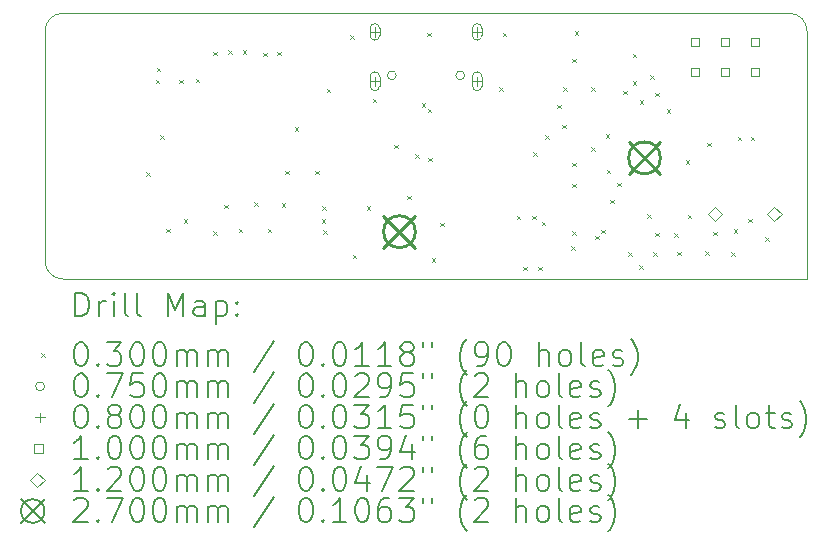
<source format=gbr>
%TF.GenerationSoftware,KiCad,Pcbnew,9.0.0-9.0.0-2~ubuntu22.04.1*%
%TF.CreationDate,2025-03-24T08:10:21+01:00*%
%TF.ProjectId,kicad_makespace_tutorial,6b696361-645f-46d6-916b-657370616365,v1*%
%TF.SameCoordinates,Original*%
%TF.FileFunction,Drillmap*%
%TF.FilePolarity,Positive*%
%FSLAX45Y45*%
G04 Gerber Fmt 4.5, Leading zero omitted, Abs format (unit mm)*
G04 Created by KiCad (PCBNEW 9.0.0-9.0.0-2~ubuntu22.04.1) date 2025-03-24 08:10:21*
%MOMM*%
%LPD*%
G01*
G04 APERTURE LIST*
%ADD10C,0.100000*%
%ADD11C,0.050000*%
%ADD12C,0.200000*%
%ADD13C,0.119989*%
%ADD14C,0.270000*%
G04 APERTURE END LIST*
D10*
X6450000Y-2250000D02*
X150000Y-2250000D01*
D11*
X0Y-150000D02*
G75*
G02*
X150000Y0I150000J0D01*
G01*
X150000Y-2250000D02*
G75*
G02*
X0Y-2100000I0J150000D01*
G01*
X6450000Y-2250000D02*
X6450000Y-150000D01*
X6309320Y0D02*
G75*
G02*
X6449999Y-150000I-9630J-150000D01*
G01*
D10*
X150000Y0D02*
X6309320Y0D01*
X0Y-2100000D02*
X0Y-150000D01*
D12*
D10*
X855000Y-1345000D02*
X885000Y-1375000D01*
X885000Y-1345000D02*
X855000Y-1375000D01*
X935000Y-565000D02*
X965000Y-595000D01*
X965000Y-565000D02*
X935000Y-595000D01*
X945000Y-460000D02*
X975000Y-490000D01*
X975000Y-460000D02*
X945000Y-490000D01*
X975000Y-1035000D02*
X1005000Y-1065000D01*
X1005000Y-1035000D02*
X975000Y-1065000D01*
X1025000Y-1825000D02*
X1055000Y-1855000D01*
X1055000Y-1825000D02*
X1025000Y-1855000D01*
X1135000Y-565000D02*
X1165000Y-595000D01*
X1165000Y-565000D02*
X1135000Y-595000D01*
X1175000Y-1745000D02*
X1205000Y-1775000D01*
X1205000Y-1745000D02*
X1175000Y-1775000D01*
X1275000Y-555000D02*
X1305000Y-585000D01*
X1305000Y-555000D02*
X1275000Y-585000D01*
X1424750Y-325000D02*
X1454750Y-355000D01*
X1454750Y-325000D02*
X1424750Y-355000D01*
X1425000Y-1845000D02*
X1455000Y-1875000D01*
X1455000Y-1845000D02*
X1425000Y-1875000D01*
X1515000Y-1620000D02*
X1545000Y-1650000D01*
X1545000Y-1620000D02*
X1515000Y-1650000D01*
X1551750Y-315000D02*
X1581750Y-345000D01*
X1581750Y-315000D02*
X1551750Y-345000D01*
X1640000Y-1825000D02*
X1670000Y-1855000D01*
X1670000Y-1825000D02*
X1640000Y-1855000D01*
X1675000Y-315000D02*
X1705000Y-345000D01*
X1705000Y-315000D02*
X1675000Y-345000D01*
X1770000Y-1600000D02*
X1800000Y-1630000D01*
X1800000Y-1600000D02*
X1770000Y-1630000D01*
X1845000Y-335000D02*
X1875000Y-365000D01*
X1875000Y-335000D02*
X1845000Y-365000D01*
X1885000Y-1825000D02*
X1915000Y-1855000D01*
X1915000Y-1825000D02*
X1885000Y-1855000D01*
X1965000Y-325000D02*
X1995000Y-355000D01*
X1995000Y-325000D02*
X1965000Y-355000D01*
X2005000Y-1610000D02*
X2035000Y-1640000D01*
X2035000Y-1610000D02*
X2005000Y-1640000D01*
X2035000Y-1335000D02*
X2065000Y-1365000D01*
X2065000Y-1335000D02*
X2035000Y-1365000D01*
X2115000Y-965000D02*
X2145000Y-995000D01*
X2145000Y-965000D02*
X2115000Y-995000D01*
X2285000Y-1335000D02*
X2315000Y-1365000D01*
X2315000Y-1335000D02*
X2285000Y-1365000D01*
X2341000Y-1746000D02*
X2371000Y-1776000D01*
X2371000Y-1746000D02*
X2341000Y-1776000D01*
X2345000Y-1635000D02*
X2375000Y-1665000D01*
X2375000Y-1635000D02*
X2345000Y-1665000D01*
X2353000Y-1836000D02*
X2383000Y-1866000D01*
X2383000Y-1836000D02*
X2353000Y-1866000D01*
X2385000Y-640000D02*
X2415000Y-670000D01*
X2415000Y-640000D02*
X2385000Y-670000D01*
X2585000Y-185000D02*
X2615000Y-215000D01*
X2615000Y-185000D02*
X2585000Y-215000D01*
X2605000Y-2045000D02*
X2635000Y-2075000D01*
X2635000Y-2045000D02*
X2605000Y-2075000D01*
X2725000Y-1635000D02*
X2755000Y-1665000D01*
X2755000Y-1635000D02*
X2725000Y-1665000D01*
X2775000Y-725000D02*
X2805000Y-755000D01*
X2805000Y-725000D02*
X2775000Y-755000D01*
X2955000Y-1115000D02*
X2985000Y-1145000D01*
X2985000Y-1115000D02*
X2955000Y-1145000D01*
X3065000Y-1545000D02*
X3095000Y-1575000D01*
X3095000Y-1545000D02*
X3065000Y-1575000D01*
X3135000Y-1195000D02*
X3165000Y-1225000D01*
X3165000Y-1195000D02*
X3135000Y-1225000D01*
X3190251Y-760496D02*
X3220251Y-790496D01*
X3220251Y-760496D02*
X3190251Y-790496D01*
X3235000Y-165000D02*
X3265000Y-195000D01*
X3265000Y-165000D02*
X3235000Y-195000D01*
X3239749Y-809994D02*
X3269749Y-839994D01*
X3269749Y-809994D02*
X3239749Y-839994D01*
X3245000Y-1225000D02*
X3275000Y-1255000D01*
X3275000Y-1225000D02*
X3245000Y-1255000D01*
X3275000Y-2075000D02*
X3305000Y-2105000D01*
X3305000Y-2075000D02*
X3275000Y-2105000D01*
X3345000Y-1775000D02*
X3375000Y-1805000D01*
X3375000Y-1775000D02*
X3345000Y-1805000D01*
X3845000Y-625000D02*
X3875000Y-655000D01*
X3875000Y-625000D02*
X3845000Y-655000D01*
X3875000Y-165000D02*
X3905000Y-195000D01*
X3905000Y-165000D02*
X3875000Y-195000D01*
X3995000Y-1715000D02*
X4025000Y-1745000D01*
X4025000Y-1715000D02*
X3995000Y-1745000D01*
X4050000Y-2145000D02*
X4080000Y-2175000D01*
X4080000Y-2145000D02*
X4050000Y-2175000D01*
X4125000Y-1715000D02*
X4155000Y-1745000D01*
X4155000Y-1715000D02*
X4125000Y-1745000D01*
X4135000Y-1175000D02*
X4165000Y-1205000D01*
X4165000Y-1175000D02*
X4135000Y-1205000D01*
X4175000Y-2145000D02*
X4205000Y-2175000D01*
X4205000Y-2145000D02*
X4175000Y-2175000D01*
X4205000Y-1765000D02*
X4235000Y-1795000D01*
X4235000Y-1765000D02*
X4205000Y-1795000D01*
X4235000Y-1035000D02*
X4265000Y-1065000D01*
X4265000Y-1035000D02*
X4235000Y-1065000D01*
X4335000Y-775000D02*
X4365000Y-805000D01*
X4365000Y-775000D02*
X4335000Y-805000D01*
X4380000Y-945000D02*
X4410000Y-975000D01*
X4410000Y-945000D02*
X4380000Y-975000D01*
X4385000Y-625000D02*
X4415000Y-655000D01*
X4415000Y-625000D02*
X4385000Y-655000D01*
X4455000Y-1975000D02*
X4485000Y-2005000D01*
X4485000Y-1975000D02*
X4455000Y-2005000D01*
X4465000Y-385000D02*
X4495000Y-415000D01*
X4495000Y-385000D02*
X4465000Y-415000D01*
X4465000Y-1265000D02*
X4495000Y-1295000D01*
X4495000Y-1265000D02*
X4465000Y-1295000D01*
X4465000Y-1445000D02*
X4495000Y-1475000D01*
X4495000Y-1445000D02*
X4465000Y-1475000D01*
X4465000Y-1844000D02*
X4495000Y-1874000D01*
X4495000Y-1844000D02*
X4465000Y-1874000D01*
X4485000Y-155000D02*
X4515000Y-185000D01*
X4515000Y-155000D02*
X4485000Y-185000D01*
X4625000Y-625000D02*
X4655000Y-655000D01*
X4655000Y-625000D02*
X4625000Y-655000D01*
X4625000Y-1135000D02*
X4655000Y-1165000D01*
X4655000Y-1135000D02*
X4625000Y-1165000D01*
X4660000Y-1885000D02*
X4690000Y-1915000D01*
X4690000Y-1885000D02*
X4660000Y-1915000D01*
X4710000Y-1835000D02*
X4740000Y-1865000D01*
X4740000Y-1835000D02*
X4710000Y-1865000D01*
X4745000Y-1025000D02*
X4775000Y-1055000D01*
X4775000Y-1025000D02*
X4745000Y-1055000D01*
X4755000Y-1325000D02*
X4785000Y-1355000D01*
X4785000Y-1325000D02*
X4755000Y-1355000D01*
X4785000Y-1580000D02*
X4815000Y-1610000D01*
X4815000Y-1580000D02*
X4785000Y-1610000D01*
X4845000Y-1435000D02*
X4875000Y-1465000D01*
X4875000Y-1435000D02*
X4845000Y-1465000D01*
X4895000Y-655000D02*
X4925000Y-685000D01*
X4925000Y-655000D02*
X4895000Y-685000D01*
X4935000Y-2025000D02*
X4965000Y-2055000D01*
X4965000Y-2025000D02*
X4935000Y-2055000D01*
X4975000Y-345000D02*
X5005000Y-375000D01*
X5005000Y-345000D02*
X4975000Y-375000D01*
X4975000Y-575000D02*
X5005000Y-605000D01*
X5005000Y-575000D02*
X4975000Y-605000D01*
X5030000Y-2135000D02*
X5060000Y-2165000D01*
X5060000Y-2135000D02*
X5030000Y-2165000D01*
X5035000Y-735000D02*
X5065000Y-765000D01*
X5065000Y-735000D02*
X5035000Y-765000D01*
X5100000Y-1700000D02*
X5130000Y-1730000D01*
X5130000Y-1700000D02*
X5100000Y-1730000D01*
X5125000Y-525000D02*
X5155000Y-555000D01*
X5155000Y-525000D02*
X5125000Y-555000D01*
X5150000Y-2025000D02*
X5180000Y-2055000D01*
X5180000Y-2025000D02*
X5150000Y-2055000D01*
X5165000Y-675000D02*
X5195000Y-705000D01*
X5195000Y-675000D02*
X5165000Y-705000D01*
X5165000Y-1860000D02*
X5195000Y-1890000D01*
X5195000Y-1860000D02*
X5165000Y-1890000D01*
X5265000Y-815000D02*
X5295000Y-845000D01*
X5295000Y-815000D02*
X5265000Y-845000D01*
X5325000Y-1865000D02*
X5355000Y-1895000D01*
X5355000Y-1865000D02*
X5325000Y-1895000D01*
X5350000Y-2020000D02*
X5380000Y-2050000D01*
X5380000Y-2020000D02*
X5350000Y-2050000D01*
X5425000Y-1245000D02*
X5455000Y-1275000D01*
X5455000Y-1245000D02*
X5425000Y-1275000D01*
X5440000Y-1705000D02*
X5470000Y-1735000D01*
X5470000Y-1705000D02*
X5440000Y-1735000D01*
X5590000Y-2015000D02*
X5620000Y-2045000D01*
X5620000Y-2015000D02*
X5590000Y-2045000D01*
X5605000Y-1095000D02*
X5635000Y-1125000D01*
X5635000Y-1095000D02*
X5605000Y-1125000D01*
X5655000Y-1850000D02*
X5685000Y-1880000D01*
X5685000Y-1850000D02*
X5655000Y-1880000D01*
X5810000Y-2025000D02*
X5840000Y-2055000D01*
X5840000Y-2025000D02*
X5810000Y-2055000D01*
X5830000Y-1830000D02*
X5860000Y-1860000D01*
X5860000Y-1830000D02*
X5830000Y-1860000D01*
X5865000Y-1045000D02*
X5895000Y-1075000D01*
X5895000Y-1045000D02*
X5865000Y-1075000D01*
X5955000Y-1740000D02*
X5985000Y-1770000D01*
X5985000Y-1740000D02*
X5955000Y-1770000D01*
X5975000Y-1045000D02*
X6005000Y-1075000D01*
X6005000Y-1045000D02*
X5975000Y-1075000D01*
X6095000Y-1895000D02*
X6125000Y-1925000D01*
X6125000Y-1895000D02*
X6095000Y-1925000D01*
X2972500Y-526250D02*
G75*
G02*
X2897500Y-526250I-37500J0D01*
G01*
X2897500Y-526250D02*
G75*
G02*
X2972500Y-526250I37500J0D01*
G01*
X3552500Y-526250D02*
G75*
G02*
X3477500Y-526250I-37500J0D01*
G01*
X3477500Y-526250D02*
G75*
G02*
X3552500Y-526250I37500J0D01*
G01*
X2792000Y-118250D02*
X2792000Y-198250D01*
X2752000Y-158250D02*
X2832000Y-158250D01*
X2832000Y-188250D02*
X2832000Y-128250D01*
X2752000Y-128250D02*
G75*
G02*
X2832000Y-128250I40000J0D01*
G01*
X2752000Y-128250D02*
X2752000Y-188250D01*
X2752000Y-188250D02*
G75*
G03*
X2832000Y-188250I40000J0D01*
G01*
X2792000Y-536250D02*
X2792000Y-616250D01*
X2752000Y-576250D02*
X2832000Y-576250D01*
X2832000Y-616249D02*
X2832000Y-536251D01*
X2752000Y-536251D02*
G75*
G02*
X2832000Y-536251I40000J0D01*
G01*
X2752000Y-536251D02*
X2752000Y-616249D01*
X2752000Y-616249D02*
G75*
G03*
X2832000Y-616249I40000J0D01*
G01*
X3658000Y-118250D02*
X3658000Y-198250D01*
X3618000Y-158250D02*
X3698000Y-158250D01*
X3698000Y-188250D02*
X3698000Y-128250D01*
X3618000Y-128250D02*
G75*
G02*
X3698000Y-128250I40000J0D01*
G01*
X3618000Y-128250D02*
X3618000Y-188250D01*
X3618000Y-188250D02*
G75*
G03*
X3698000Y-188250I40000J0D01*
G01*
X3658000Y-536250D02*
X3658000Y-616250D01*
X3618000Y-576250D02*
X3698000Y-576250D01*
X3698000Y-616251D02*
X3698000Y-536249D01*
X3618000Y-536249D02*
G75*
G02*
X3698000Y-536249I40000J0D01*
G01*
X3618000Y-536249D02*
X3618000Y-616251D01*
X3618000Y-616251D02*
G75*
G03*
X3698000Y-616251I40000J0D01*
G01*
X5535356Y-281356D02*
X5535356Y-210644D01*
X5464644Y-210644D01*
X5464644Y-281356D01*
X5535356Y-281356D01*
X5535356Y-535356D02*
X5535356Y-464644D01*
X5464644Y-464644D01*
X5464644Y-535356D01*
X5535356Y-535356D01*
X5789356Y-281356D02*
X5789356Y-210644D01*
X5718644Y-210644D01*
X5718644Y-281356D01*
X5789356Y-281356D01*
X5789356Y-535356D02*
X5789356Y-464644D01*
X5718644Y-464644D01*
X5718644Y-535356D01*
X5789356Y-535356D01*
X6043356Y-281356D02*
X6043356Y-210644D01*
X5972644Y-210644D01*
X5972644Y-281356D01*
X6043356Y-281356D01*
X6043356Y-535356D02*
X6043356Y-464644D01*
X5972644Y-464644D01*
X5972644Y-535356D01*
X6043356Y-535356D01*
D13*
X5675000Y-1759995D02*
X5734995Y-1700000D01*
X5675000Y-1640005D01*
X5615005Y-1700000D01*
X5675000Y-1759995D01*
X6175000Y-1759995D02*
X6234995Y-1700000D01*
X6175000Y-1640005D01*
X6115005Y-1700000D01*
X6175000Y-1759995D01*
D14*
X2865000Y-1715000D02*
X3135000Y-1985000D01*
X3135000Y-1715000D02*
X2865000Y-1985000D01*
X3135000Y-1850000D02*
G75*
G02*
X2865000Y-1850000I-135000J0D01*
G01*
X2865000Y-1850000D02*
G75*
G02*
X3135000Y-1850000I135000J0D01*
G01*
X4940000Y-1090000D02*
X5210000Y-1360000D01*
X5210000Y-1090000D02*
X4940000Y-1360000D01*
X5210000Y-1225000D02*
G75*
G02*
X4940000Y-1225000I-135000J0D01*
G01*
X4940000Y-1225000D02*
G75*
G02*
X5210000Y-1225000I135000J0D01*
G01*
D12*
X255777Y-2566484D02*
X255777Y-2366484D01*
X255777Y-2366484D02*
X303396Y-2366484D01*
X303396Y-2366484D02*
X331967Y-2376008D01*
X331967Y-2376008D02*
X351015Y-2395055D01*
X351015Y-2395055D02*
X360539Y-2414103D01*
X360539Y-2414103D02*
X370062Y-2452198D01*
X370062Y-2452198D02*
X370062Y-2480770D01*
X370062Y-2480770D02*
X360539Y-2518865D01*
X360539Y-2518865D02*
X351015Y-2537912D01*
X351015Y-2537912D02*
X331967Y-2556960D01*
X331967Y-2556960D02*
X303396Y-2566484D01*
X303396Y-2566484D02*
X255777Y-2566484D01*
X455777Y-2566484D02*
X455777Y-2433150D01*
X455777Y-2471246D02*
X465300Y-2452198D01*
X465300Y-2452198D02*
X474824Y-2442674D01*
X474824Y-2442674D02*
X493872Y-2433150D01*
X493872Y-2433150D02*
X512920Y-2433150D01*
X579586Y-2566484D02*
X579586Y-2433150D01*
X579586Y-2366484D02*
X570062Y-2376008D01*
X570062Y-2376008D02*
X579586Y-2385531D01*
X579586Y-2385531D02*
X589110Y-2376008D01*
X589110Y-2376008D02*
X579586Y-2366484D01*
X579586Y-2366484D02*
X579586Y-2385531D01*
X703396Y-2566484D02*
X684348Y-2556960D01*
X684348Y-2556960D02*
X674824Y-2537912D01*
X674824Y-2537912D02*
X674824Y-2366484D01*
X808158Y-2566484D02*
X789110Y-2556960D01*
X789110Y-2556960D02*
X779586Y-2537912D01*
X779586Y-2537912D02*
X779586Y-2366484D01*
X1036729Y-2566484D02*
X1036729Y-2366484D01*
X1036729Y-2366484D02*
X1103396Y-2509341D01*
X1103396Y-2509341D02*
X1170062Y-2366484D01*
X1170062Y-2366484D02*
X1170062Y-2566484D01*
X1351015Y-2566484D02*
X1351015Y-2461722D01*
X1351015Y-2461722D02*
X1341491Y-2442674D01*
X1341491Y-2442674D02*
X1322443Y-2433150D01*
X1322443Y-2433150D02*
X1284348Y-2433150D01*
X1284348Y-2433150D02*
X1265301Y-2442674D01*
X1351015Y-2556960D02*
X1331967Y-2566484D01*
X1331967Y-2566484D02*
X1284348Y-2566484D01*
X1284348Y-2566484D02*
X1265301Y-2556960D01*
X1265301Y-2556960D02*
X1255777Y-2537912D01*
X1255777Y-2537912D02*
X1255777Y-2518865D01*
X1255777Y-2518865D02*
X1265301Y-2499817D01*
X1265301Y-2499817D02*
X1284348Y-2490293D01*
X1284348Y-2490293D02*
X1331967Y-2490293D01*
X1331967Y-2490293D02*
X1351015Y-2480770D01*
X1446253Y-2433150D02*
X1446253Y-2633150D01*
X1446253Y-2442674D02*
X1465300Y-2433150D01*
X1465300Y-2433150D02*
X1503396Y-2433150D01*
X1503396Y-2433150D02*
X1522443Y-2442674D01*
X1522443Y-2442674D02*
X1531967Y-2452198D01*
X1531967Y-2452198D02*
X1541491Y-2471246D01*
X1541491Y-2471246D02*
X1541491Y-2528389D01*
X1541491Y-2528389D02*
X1531967Y-2547436D01*
X1531967Y-2547436D02*
X1522443Y-2556960D01*
X1522443Y-2556960D02*
X1503396Y-2566484D01*
X1503396Y-2566484D02*
X1465300Y-2566484D01*
X1465300Y-2566484D02*
X1446253Y-2556960D01*
X1627205Y-2547436D02*
X1636729Y-2556960D01*
X1636729Y-2556960D02*
X1627205Y-2566484D01*
X1627205Y-2566484D02*
X1617681Y-2556960D01*
X1617681Y-2556960D02*
X1627205Y-2547436D01*
X1627205Y-2547436D02*
X1627205Y-2566484D01*
X1627205Y-2442674D02*
X1636729Y-2452198D01*
X1636729Y-2452198D02*
X1627205Y-2461722D01*
X1627205Y-2461722D02*
X1617681Y-2452198D01*
X1617681Y-2452198D02*
X1627205Y-2442674D01*
X1627205Y-2442674D02*
X1627205Y-2461722D01*
D10*
X-35000Y-2880000D02*
X-5000Y-2910000D01*
X-5000Y-2880000D02*
X-35000Y-2910000D01*
D12*
X293872Y-2786484D02*
X312920Y-2786484D01*
X312920Y-2786484D02*
X331967Y-2796008D01*
X331967Y-2796008D02*
X341491Y-2805531D01*
X341491Y-2805531D02*
X351015Y-2824579D01*
X351015Y-2824579D02*
X360539Y-2862674D01*
X360539Y-2862674D02*
X360539Y-2910293D01*
X360539Y-2910293D02*
X351015Y-2948388D01*
X351015Y-2948388D02*
X341491Y-2967436D01*
X341491Y-2967436D02*
X331967Y-2976960D01*
X331967Y-2976960D02*
X312920Y-2986484D01*
X312920Y-2986484D02*
X293872Y-2986484D01*
X293872Y-2986484D02*
X274824Y-2976960D01*
X274824Y-2976960D02*
X265301Y-2967436D01*
X265301Y-2967436D02*
X255777Y-2948388D01*
X255777Y-2948388D02*
X246253Y-2910293D01*
X246253Y-2910293D02*
X246253Y-2862674D01*
X246253Y-2862674D02*
X255777Y-2824579D01*
X255777Y-2824579D02*
X265301Y-2805531D01*
X265301Y-2805531D02*
X274824Y-2796008D01*
X274824Y-2796008D02*
X293872Y-2786484D01*
X446253Y-2967436D02*
X455777Y-2976960D01*
X455777Y-2976960D02*
X446253Y-2986484D01*
X446253Y-2986484D02*
X436729Y-2976960D01*
X436729Y-2976960D02*
X446253Y-2967436D01*
X446253Y-2967436D02*
X446253Y-2986484D01*
X522443Y-2786484D02*
X646253Y-2786484D01*
X646253Y-2786484D02*
X579586Y-2862674D01*
X579586Y-2862674D02*
X608158Y-2862674D01*
X608158Y-2862674D02*
X627205Y-2872198D01*
X627205Y-2872198D02*
X636729Y-2881722D01*
X636729Y-2881722D02*
X646253Y-2900769D01*
X646253Y-2900769D02*
X646253Y-2948388D01*
X646253Y-2948388D02*
X636729Y-2967436D01*
X636729Y-2967436D02*
X627205Y-2976960D01*
X627205Y-2976960D02*
X608158Y-2986484D01*
X608158Y-2986484D02*
X551015Y-2986484D01*
X551015Y-2986484D02*
X531967Y-2976960D01*
X531967Y-2976960D02*
X522443Y-2967436D01*
X770062Y-2786484D02*
X789110Y-2786484D01*
X789110Y-2786484D02*
X808158Y-2796008D01*
X808158Y-2796008D02*
X817681Y-2805531D01*
X817681Y-2805531D02*
X827205Y-2824579D01*
X827205Y-2824579D02*
X836729Y-2862674D01*
X836729Y-2862674D02*
X836729Y-2910293D01*
X836729Y-2910293D02*
X827205Y-2948388D01*
X827205Y-2948388D02*
X817681Y-2967436D01*
X817681Y-2967436D02*
X808158Y-2976960D01*
X808158Y-2976960D02*
X789110Y-2986484D01*
X789110Y-2986484D02*
X770062Y-2986484D01*
X770062Y-2986484D02*
X751015Y-2976960D01*
X751015Y-2976960D02*
X741491Y-2967436D01*
X741491Y-2967436D02*
X731967Y-2948388D01*
X731967Y-2948388D02*
X722443Y-2910293D01*
X722443Y-2910293D02*
X722443Y-2862674D01*
X722443Y-2862674D02*
X731967Y-2824579D01*
X731967Y-2824579D02*
X741491Y-2805531D01*
X741491Y-2805531D02*
X751015Y-2796008D01*
X751015Y-2796008D02*
X770062Y-2786484D01*
X960539Y-2786484D02*
X979586Y-2786484D01*
X979586Y-2786484D02*
X998634Y-2796008D01*
X998634Y-2796008D02*
X1008158Y-2805531D01*
X1008158Y-2805531D02*
X1017681Y-2824579D01*
X1017681Y-2824579D02*
X1027205Y-2862674D01*
X1027205Y-2862674D02*
X1027205Y-2910293D01*
X1027205Y-2910293D02*
X1017681Y-2948388D01*
X1017681Y-2948388D02*
X1008158Y-2967436D01*
X1008158Y-2967436D02*
X998634Y-2976960D01*
X998634Y-2976960D02*
X979586Y-2986484D01*
X979586Y-2986484D02*
X960539Y-2986484D01*
X960539Y-2986484D02*
X941491Y-2976960D01*
X941491Y-2976960D02*
X931967Y-2967436D01*
X931967Y-2967436D02*
X922443Y-2948388D01*
X922443Y-2948388D02*
X912920Y-2910293D01*
X912920Y-2910293D02*
X912920Y-2862674D01*
X912920Y-2862674D02*
X922443Y-2824579D01*
X922443Y-2824579D02*
X931967Y-2805531D01*
X931967Y-2805531D02*
X941491Y-2796008D01*
X941491Y-2796008D02*
X960539Y-2786484D01*
X1112920Y-2986484D02*
X1112920Y-2853150D01*
X1112920Y-2872198D02*
X1122443Y-2862674D01*
X1122443Y-2862674D02*
X1141491Y-2853150D01*
X1141491Y-2853150D02*
X1170063Y-2853150D01*
X1170063Y-2853150D02*
X1189110Y-2862674D01*
X1189110Y-2862674D02*
X1198634Y-2881722D01*
X1198634Y-2881722D02*
X1198634Y-2986484D01*
X1198634Y-2881722D02*
X1208158Y-2862674D01*
X1208158Y-2862674D02*
X1227205Y-2853150D01*
X1227205Y-2853150D02*
X1255777Y-2853150D01*
X1255777Y-2853150D02*
X1274824Y-2862674D01*
X1274824Y-2862674D02*
X1284348Y-2881722D01*
X1284348Y-2881722D02*
X1284348Y-2986484D01*
X1379586Y-2986484D02*
X1379586Y-2853150D01*
X1379586Y-2872198D02*
X1389110Y-2862674D01*
X1389110Y-2862674D02*
X1408158Y-2853150D01*
X1408158Y-2853150D02*
X1436729Y-2853150D01*
X1436729Y-2853150D02*
X1455777Y-2862674D01*
X1455777Y-2862674D02*
X1465301Y-2881722D01*
X1465301Y-2881722D02*
X1465301Y-2986484D01*
X1465301Y-2881722D02*
X1474824Y-2862674D01*
X1474824Y-2862674D02*
X1493872Y-2853150D01*
X1493872Y-2853150D02*
X1522443Y-2853150D01*
X1522443Y-2853150D02*
X1541491Y-2862674D01*
X1541491Y-2862674D02*
X1551015Y-2881722D01*
X1551015Y-2881722D02*
X1551015Y-2986484D01*
X1941491Y-2776960D02*
X1770063Y-3034103D01*
X2198634Y-2786484D02*
X2217682Y-2786484D01*
X2217682Y-2786484D02*
X2236729Y-2796008D01*
X2236729Y-2796008D02*
X2246253Y-2805531D01*
X2246253Y-2805531D02*
X2255777Y-2824579D01*
X2255777Y-2824579D02*
X2265301Y-2862674D01*
X2265301Y-2862674D02*
X2265301Y-2910293D01*
X2265301Y-2910293D02*
X2255777Y-2948388D01*
X2255777Y-2948388D02*
X2246253Y-2967436D01*
X2246253Y-2967436D02*
X2236729Y-2976960D01*
X2236729Y-2976960D02*
X2217682Y-2986484D01*
X2217682Y-2986484D02*
X2198634Y-2986484D01*
X2198634Y-2986484D02*
X2179586Y-2976960D01*
X2179586Y-2976960D02*
X2170063Y-2967436D01*
X2170063Y-2967436D02*
X2160539Y-2948388D01*
X2160539Y-2948388D02*
X2151015Y-2910293D01*
X2151015Y-2910293D02*
X2151015Y-2862674D01*
X2151015Y-2862674D02*
X2160539Y-2824579D01*
X2160539Y-2824579D02*
X2170063Y-2805531D01*
X2170063Y-2805531D02*
X2179586Y-2796008D01*
X2179586Y-2796008D02*
X2198634Y-2786484D01*
X2351015Y-2967436D02*
X2360539Y-2976960D01*
X2360539Y-2976960D02*
X2351015Y-2986484D01*
X2351015Y-2986484D02*
X2341491Y-2976960D01*
X2341491Y-2976960D02*
X2351015Y-2967436D01*
X2351015Y-2967436D02*
X2351015Y-2986484D01*
X2484348Y-2786484D02*
X2503396Y-2786484D01*
X2503396Y-2786484D02*
X2522444Y-2796008D01*
X2522444Y-2796008D02*
X2531967Y-2805531D01*
X2531967Y-2805531D02*
X2541491Y-2824579D01*
X2541491Y-2824579D02*
X2551015Y-2862674D01*
X2551015Y-2862674D02*
X2551015Y-2910293D01*
X2551015Y-2910293D02*
X2541491Y-2948388D01*
X2541491Y-2948388D02*
X2531967Y-2967436D01*
X2531967Y-2967436D02*
X2522444Y-2976960D01*
X2522444Y-2976960D02*
X2503396Y-2986484D01*
X2503396Y-2986484D02*
X2484348Y-2986484D01*
X2484348Y-2986484D02*
X2465301Y-2976960D01*
X2465301Y-2976960D02*
X2455777Y-2967436D01*
X2455777Y-2967436D02*
X2446253Y-2948388D01*
X2446253Y-2948388D02*
X2436729Y-2910293D01*
X2436729Y-2910293D02*
X2436729Y-2862674D01*
X2436729Y-2862674D02*
X2446253Y-2824579D01*
X2446253Y-2824579D02*
X2455777Y-2805531D01*
X2455777Y-2805531D02*
X2465301Y-2796008D01*
X2465301Y-2796008D02*
X2484348Y-2786484D01*
X2741491Y-2986484D02*
X2627206Y-2986484D01*
X2684348Y-2986484D02*
X2684348Y-2786484D01*
X2684348Y-2786484D02*
X2665301Y-2815055D01*
X2665301Y-2815055D02*
X2646253Y-2834103D01*
X2646253Y-2834103D02*
X2627206Y-2843627D01*
X2931967Y-2986484D02*
X2817682Y-2986484D01*
X2874824Y-2986484D02*
X2874824Y-2786484D01*
X2874824Y-2786484D02*
X2855777Y-2815055D01*
X2855777Y-2815055D02*
X2836729Y-2834103D01*
X2836729Y-2834103D02*
X2817682Y-2843627D01*
X3046253Y-2872198D02*
X3027205Y-2862674D01*
X3027205Y-2862674D02*
X3017682Y-2853150D01*
X3017682Y-2853150D02*
X3008158Y-2834103D01*
X3008158Y-2834103D02*
X3008158Y-2824579D01*
X3008158Y-2824579D02*
X3017682Y-2805531D01*
X3017682Y-2805531D02*
X3027205Y-2796008D01*
X3027205Y-2796008D02*
X3046253Y-2786484D01*
X3046253Y-2786484D02*
X3084348Y-2786484D01*
X3084348Y-2786484D02*
X3103396Y-2796008D01*
X3103396Y-2796008D02*
X3112920Y-2805531D01*
X3112920Y-2805531D02*
X3122444Y-2824579D01*
X3122444Y-2824579D02*
X3122444Y-2834103D01*
X3122444Y-2834103D02*
X3112920Y-2853150D01*
X3112920Y-2853150D02*
X3103396Y-2862674D01*
X3103396Y-2862674D02*
X3084348Y-2872198D01*
X3084348Y-2872198D02*
X3046253Y-2872198D01*
X3046253Y-2872198D02*
X3027205Y-2881722D01*
X3027205Y-2881722D02*
X3017682Y-2891246D01*
X3017682Y-2891246D02*
X3008158Y-2910293D01*
X3008158Y-2910293D02*
X3008158Y-2948388D01*
X3008158Y-2948388D02*
X3017682Y-2967436D01*
X3017682Y-2967436D02*
X3027205Y-2976960D01*
X3027205Y-2976960D02*
X3046253Y-2986484D01*
X3046253Y-2986484D02*
X3084348Y-2986484D01*
X3084348Y-2986484D02*
X3103396Y-2976960D01*
X3103396Y-2976960D02*
X3112920Y-2967436D01*
X3112920Y-2967436D02*
X3122444Y-2948388D01*
X3122444Y-2948388D02*
X3122444Y-2910293D01*
X3122444Y-2910293D02*
X3112920Y-2891246D01*
X3112920Y-2891246D02*
X3103396Y-2881722D01*
X3103396Y-2881722D02*
X3084348Y-2872198D01*
X3198634Y-2786484D02*
X3198634Y-2824579D01*
X3274825Y-2786484D02*
X3274825Y-2824579D01*
X3570063Y-3062674D02*
X3560539Y-3053150D01*
X3560539Y-3053150D02*
X3541491Y-3024579D01*
X3541491Y-3024579D02*
X3531967Y-3005531D01*
X3531967Y-3005531D02*
X3522444Y-2976960D01*
X3522444Y-2976960D02*
X3512920Y-2929341D01*
X3512920Y-2929341D02*
X3512920Y-2891246D01*
X3512920Y-2891246D02*
X3522444Y-2843627D01*
X3522444Y-2843627D02*
X3531967Y-2815055D01*
X3531967Y-2815055D02*
X3541491Y-2796008D01*
X3541491Y-2796008D02*
X3560539Y-2767436D01*
X3560539Y-2767436D02*
X3570063Y-2757912D01*
X3655777Y-2986484D02*
X3693872Y-2986484D01*
X3693872Y-2986484D02*
X3712920Y-2976960D01*
X3712920Y-2976960D02*
X3722444Y-2967436D01*
X3722444Y-2967436D02*
X3741491Y-2938865D01*
X3741491Y-2938865D02*
X3751015Y-2900769D01*
X3751015Y-2900769D02*
X3751015Y-2824579D01*
X3751015Y-2824579D02*
X3741491Y-2805531D01*
X3741491Y-2805531D02*
X3731967Y-2796008D01*
X3731967Y-2796008D02*
X3712920Y-2786484D01*
X3712920Y-2786484D02*
X3674825Y-2786484D01*
X3674825Y-2786484D02*
X3655777Y-2796008D01*
X3655777Y-2796008D02*
X3646253Y-2805531D01*
X3646253Y-2805531D02*
X3636729Y-2824579D01*
X3636729Y-2824579D02*
X3636729Y-2872198D01*
X3636729Y-2872198D02*
X3646253Y-2891246D01*
X3646253Y-2891246D02*
X3655777Y-2900769D01*
X3655777Y-2900769D02*
X3674825Y-2910293D01*
X3674825Y-2910293D02*
X3712920Y-2910293D01*
X3712920Y-2910293D02*
X3731967Y-2900769D01*
X3731967Y-2900769D02*
X3741491Y-2891246D01*
X3741491Y-2891246D02*
X3751015Y-2872198D01*
X3874825Y-2786484D02*
X3893872Y-2786484D01*
X3893872Y-2786484D02*
X3912920Y-2796008D01*
X3912920Y-2796008D02*
X3922444Y-2805531D01*
X3922444Y-2805531D02*
X3931967Y-2824579D01*
X3931967Y-2824579D02*
X3941491Y-2862674D01*
X3941491Y-2862674D02*
X3941491Y-2910293D01*
X3941491Y-2910293D02*
X3931967Y-2948388D01*
X3931967Y-2948388D02*
X3922444Y-2967436D01*
X3922444Y-2967436D02*
X3912920Y-2976960D01*
X3912920Y-2976960D02*
X3893872Y-2986484D01*
X3893872Y-2986484D02*
X3874825Y-2986484D01*
X3874825Y-2986484D02*
X3855777Y-2976960D01*
X3855777Y-2976960D02*
X3846253Y-2967436D01*
X3846253Y-2967436D02*
X3836729Y-2948388D01*
X3836729Y-2948388D02*
X3827206Y-2910293D01*
X3827206Y-2910293D02*
X3827206Y-2862674D01*
X3827206Y-2862674D02*
X3836729Y-2824579D01*
X3836729Y-2824579D02*
X3846253Y-2805531D01*
X3846253Y-2805531D02*
X3855777Y-2796008D01*
X3855777Y-2796008D02*
X3874825Y-2786484D01*
X4179587Y-2986484D02*
X4179587Y-2786484D01*
X4265301Y-2986484D02*
X4265301Y-2881722D01*
X4265301Y-2881722D02*
X4255777Y-2862674D01*
X4255777Y-2862674D02*
X4236730Y-2853150D01*
X4236730Y-2853150D02*
X4208158Y-2853150D01*
X4208158Y-2853150D02*
X4189110Y-2862674D01*
X4189110Y-2862674D02*
X4179587Y-2872198D01*
X4389110Y-2986484D02*
X4370063Y-2976960D01*
X4370063Y-2976960D02*
X4360539Y-2967436D01*
X4360539Y-2967436D02*
X4351015Y-2948388D01*
X4351015Y-2948388D02*
X4351015Y-2891246D01*
X4351015Y-2891246D02*
X4360539Y-2872198D01*
X4360539Y-2872198D02*
X4370063Y-2862674D01*
X4370063Y-2862674D02*
X4389110Y-2853150D01*
X4389110Y-2853150D02*
X4417682Y-2853150D01*
X4417682Y-2853150D02*
X4436730Y-2862674D01*
X4436730Y-2862674D02*
X4446253Y-2872198D01*
X4446253Y-2872198D02*
X4455777Y-2891246D01*
X4455777Y-2891246D02*
X4455777Y-2948388D01*
X4455777Y-2948388D02*
X4446253Y-2967436D01*
X4446253Y-2967436D02*
X4436730Y-2976960D01*
X4436730Y-2976960D02*
X4417682Y-2986484D01*
X4417682Y-2986484D02*
X4389110Y-2986484D01*
X4570063Y-2986484D02*
X4551015Y-2976960D01*
X4551015Y-2976960D02*
X4541491Y-2957912D01*
X4541491Y-2957912D02*
X4541491Y-2786484D01*
X4722444Y-2976960D02*
X4703396Y-2986484D01*
X4703396Y-2986484D02*
X4665301Y-2986484D01*
X4665301Y-2986484D02*
X4646253Y-2976960D01*
X4646253Y-2976960D02*
X4636730Y-2957912D01*
X4636730Y-2957912D02*
X4636730Y-2881722D01*
X4636730Y-2881722D02*
X4646253Y-2862674D01*
X4646253Y-2862674D02*
X4665301Y-2853150D01*
X4665301Y-2853150D02*
X4703396Y-2853150D01*
X4703396Y-2853150D02*
X4722444Y-2862674D01*
X4722444Y-2862674D02*
X4731968Y-2881722D01*
X4731968Y-2881722D02*
X4731968Y-2900769D01*
X4731968Y-2900769D02*
X4636730Y-2919817D01*
X4808158Y-2976960D02*
X4827206Y-2986484D01*
X4827206Y-2986484D02*
X4865301Y-2986484D01*
X4865301Y-2986484D02*
X4884349Y-2976960D01*
X4884349Y-2976960D02*
X4893872Y-2957912D01*
X4893872Y-2957912D02*
X4893872Y-2948388D01*
X4893872Y-2948388D02*
X4884349Y-2929341D01*
X4884349Y-2929341D02*
X4865301Y-2919817D01*
X4865301Y-2919817D02*
X4836730Y-2919817D01*
X4836730Y-2919817D02*
X4817682Y-2910293D01*
X4817682Y-2910293D02*
X4808158Y-2891246D01*
X4808158Y-2891246D02*
X4808158Y-2881722D01*
X4808158Y-2881722D02*
X4817682Y-2862674D01*
X4817682Y-2862674D02*
X4836730Y-2853150D01*
X4836730Y-2853150D02*
X4865301Y-2853150D01*
X4865301Y-2853150D02*
X4884349Y-2862674D01*
X4960539Y-3062674D02*
X4970063Y-3053150D01*
X4970063Y-3053150D02*
X4989111Y-3024579D01*
X4989111Y-3024579D02*
X4998634Y-3005531D01*
X4998634Y-3005531D02*
X5008158Y-2976960D01*
X5008158Y-2976960D02*
X5017682Y-2929341D01*
X5017682Y-2929341D02*
X5017682Y-2891246D01*
X5017682Y-2891246D02*
X5008158Y-2843627D01*
X5008158Y-2843627D02*
X4998634Y-2815055D01*
X4998634Y-2815055D02*
X4989111Y-2796008D01*
X4989111Y-2796008D02*
X4970063Y-2767436D01*
X4970063Y-2767436D02*
X4960539Y-2757912D01*
D10*
X-5000Y-3159000D02*
G75*
G02*
X-80000Y-3159000I-37500J0D01*
G01*
X-80000Y-3159000D02*
G75*
G02*
X-5000Y-3159000I37500J0D01*
G01*
D12*
X293872Y-3050484D02*
X312920Y-3050484D01*
X312920Y-3050484D02*
X331967Y-3060008D01*
X331967Y-3060008D02*
X341491Y-3069531D01*
X341491Y-3069531D02*
X351015Y-3088579D01*
X351015Y-3088579D02*
X360539Y-3126674D01*
X360539Y-3126674D02*
X360539Y-3174293D01*
X360539Y-3174293D02*
X351015Y-3212388D01*
X351015Y-3212388D02*
X341491Y-3231436D01*
X341491Y-3231436D02*
X331967Y-3240960D01*
X331967Y-3240960D02*
X312920Y-3250484D01*
X312920Y-3250484D02*
X293872Y-3250484D01*
X293872Y-3250484D02*
X274824Y-3240960D01*
X274824Y-3240960D02*
X265301Y-3231436D01*
X265301Y-3231436D02*
X255777Y-3212388D01*
X255777Y-3212388D02*
X246253Y-3174293D01*
X246253Y-3174293D02*
X246253Y-3126674D01*
X246253Y-3126674D02*
X255777Y-3088579D01*
X255777Y-3088579D02*
X265301Y-3069531D01*
X265301Y-3069531D02*
X274824Y-3060008D01*
X274824Y-3060008D02*
X293872Y-3050484D01*
X446253Y-3231436D02*
X455777Y-3240960D01*
X455777Y-3240960D02*
X446253Y-3250484D01*
X446253Y-3250484D02*
X436729Y-3240960D01*
X436729Y-3240960D02*
X446253Y-3231436D01*
X446253Y-3231436D02*
X446253Y-3250484D01*
X522443Y-3050484D02*
X655777Y-3050484D01*
X655777Y-3050484D02*
X570062Y-3250484D01*
X827205Y-3050484D02*
X731967Y-3050484D01*
X731967Y-3050484D02*
X722443Y-3145722D01*
X722443Y-3145722D02*
X731967Y-3136198D01*
X731967Y-3136198D02*
X751015Y-3126674D01*
X751015Y-3126674D02*
X798634Y-3126674D01*
X798634Y-3126674D02*
X817681Y-3136198D01*
X817681Y-3136198D02*
X827205Y-3145722D01*
X827205Y-3145722D02*
X836729Y-3164769D01*
X836729Y-3164769D02*
X836729Y-3212388D01*
X836729Y-3212388D02*
X827205Y-3231436D01*
X827205Y-3231436D02*
X817681Y-3240960D01*
X817681Y-3240960D02*
X798634Y-3250484D01*
X798634Y-3250484D02*
X751015Y-3250484D01*
X751015Y-3250484D02*
X731967Y-3240960D01*
X731967Y-3240960D02*
X722443Y-3231436D01*
X960539Y-3050484D02*
X979586Y-3050484D01*
X979586Y-3050484D02*
X998634Y-3060008D01*
X998634Y-3060008D02*
X1008158Y-3069531D01*
X1008158Y-3069531D02*
X1017681Y-3088579D01*
X1017681Y-3088579D02*
X1027205Y-3126674D01*
X1027205Y-3126674D02*
X1027205Y-3174293D01*
X1027205Y-3174293D02*
X1017681Y-3212388D01*
X1017681Y-3212388D02*
X1008158Y-3231436D01*
X1008158Y-3231436D02*
X998634Y-3240960D01*
X998634Y-3240960D02*
X979586Y-3250484D01*
X979586Y-3250484D02*
X960539Y-3250484D01*
X960539Y-3250484D02*
X941491Y-3240960D01*
X941491Y-3240960D02*
X931967Y-3231436D01*
X931967Y-3231436D02*
X922443Y-3212388D01*
X922443Y-3212388D02*
X912920Y-3174293D01*
X912920Y-3174293D02*
X912920Y-3126674D01*
X912920Y-3126674D02*
X922443Y-3088579D01*
X922443Y-3088579D02*
X931967Y-3069531D01*
X931967Y-3069531D02*
X941491Y-3060008D01*
X941491Y-3060008D02*
X960539Y-3050484D01*
X1112920Y-3250484D02*
X1112920Y-3117150D01*
X1112920Y-3136198D02*
X1122443Y-3126674D01*
X1122443Y-3126674D02*
X1141491Y-3117150D01*
X1141491Y-3117150D02*
X1170063Y-3117150D01*
X1170063Y-3117150D02*
X1189110Y-3126674D01*
X1189110Y-3126674D02*
X1198634Y-3145722D01*
X1198634Y-3145722D02*
X1198634Y-3250484D01*
X1198634Y-3145722D02*
X1208158Y-3126674D01*
X1208158Y-3126674D02*
X1227205Y-3117150D01*
X1227205Y-3117150D02*
X1255777Y-3117150D01*
X1255777Y-3117150D02*
X1274824Y-3126674D01*
X1274824Y-3126674D02*
X1284348Y-3145722D01*
X1284348Y-3145722D02*
X1284348Y-3250484D01*
X1379586Y-3250484D02*
X1379586Y-3117150D01*
X1379586Y-3136198D02*
X1389110Y-3126674D01*
X1389110Y-3126674D02*
X1408158Y-3117150D01*
X1408158Y-3117150D02*
X1436729Y-3117150D01*
X1436729Y-3117150D02*
X1455777Y-3126674D01*
X1455777Y-3126674D02*
X1465301Y-3145722D01*
X1465301Y-3145722D02*
X1465301Y-3250484D01*
X1465301Y-3145722D02*
X1474824Y-3126674D01*
X1474824Y-3126674D02*
X1493872Y-3117150D01*
X1493872Y-3117150D02*
X1522443Y-3117150D01*
X1522443Y-3117150D02*
X1541491Y-3126674D01*
X1541491Y-3126674D02*
X1551015Y-3145722D01*
X1551015Y-3145722D02*
X1551015Y-3250484D01*
X1941491Y-3040960D02*
X1770063Y-3298103D01*
X2198634Y-3050484D02*
X2217682Y-3050484D01*
X2217682Y-3050484D02*
X2236729Y-3060008D01*
X2236729Y-3060008D02*
X2246253Y-3069531D01*
X2246253Y-3069531D02*
X2255777Y-3088579D01*
X2255777Y-3088579D02*
X2265301Y-3126674D01*
X2265301Y-3126674D02*
X2265301Y-3174293D01*
X2265301Y-3174293D02*
X2255777Y-3212388D01*
X2255777Y-3212388D02*
X2246253Y-3231436D01*
X2246253Y-3231436D02*
X2236729Y-3240960D01*
X2236729Y-3240960D02*
X2217682Y-3250484D01*
X2217682Y-3250484D02*
X2198634Y-3250484D01*
X2198634Y-3250484D02*
X2179586Y-3240960D01*
X2179586Y-3240960D02*
X2170063Y-3231436D01*
X2170063Y-3231436D02*
X2160539Y-3212388D01*
X2160539Y-3212388D02*
X2151015Y-3174293D01*
X2151015Y-3174293D02*
X2151015Y-3126674D01*
X2151015Y-3126674D02*
X2160539Y-3088579D01*
X2160539Y-3088579D02*
X2170063Y-3069531D01*
X2170063Y-3069531D02*
X2179586Y-3060008D01*
X2179586Y-3060008D02*
X2198634Y-3050484D01*
X2351015Y-3231436D02*
X2360539Y-3240960D01*
X2360539Y-3240960D02*
X2351015Y-3250484D01*
X2351015Y-3250484D02*
X2341491Y-3240960D01*
X2341491Y-3240960D02*
X2351015Y-3231436D01*
X2351015Y-3231436D02*
X2351015Y-3250484D01*
X2484348Y-3050484D02*
X2503396Y-3050484D01*
X2503396Y-3050484D02*
X2522444Y-3060008D01*
X2522444Y-3060008D02*
X2531967Y-3069531D01*
X2531967Y-3069531D02*
X2541491Y-3088579D01*
X2541491Y-3088579D02*
X2551015Y-3126674D01*
X2551015Y-3126674D02*
X2551015Y-3174293D01*
X2551015Y-3174293D02*
X2541491Y-3212388D01*
X2541491Y-3212388D02*
X2531967Y-3231436D01*
X2531967Y-3231436D02*
X2522444Y-3240960D01*
X2522444Y-3240960D02*
X2503396Y-3250484D01*
X2503396Y-3250484D02*
X2484348Y-3250484D01*
X2484348Y-3250484D02*
X2465301Y-3240960D01*
X2465301Y-3240960D02*
X2455777Y-3231436D01*
X2455777Y-3231436D02*
X2446253Y-3212388D01*
X2446253Y-3212388D02*
X2436729Y-3174293D01*
X2436729Y-3174293D02*
X2436729Y-3126674D01*
X2436729Y-3126674D02*
X2446253Y-3088579D01*
X2446253Y-3088579D02*
X2455777Y-3069531D01*
X2455777Y-3069531D02*
X2465301Y-3060008D01*
X2465301Y-3060008D02*
X2484348Y-3050484D01*
X2627206Y-3069531D02*
X2636729Y-3060008D01*
X2636729Y-3060008D02*
X2655777Y-3050484D01*
X2655777Y-3050484D02*
X2703396Y-3050484D01*
X2703396Y-3050484D02*
X2722444Y-3060008D01*
X2722444Y-3060008D02*
X2731967Y-3069531D01*
X2731967Y-3069531D02*
X2741491Y-3088579D01*
X2741491Y-3088579D02*
X2741491Y-3107627D01*
X2741491Y-3107627D02*
X2731967Y-3136198D01*
X2731967Y-3136198D02*
X2617682Y-3250484D01*
X2617682Y-3250484D02*
X2741491Y-3250484D01*
X2836729Y-3250484D02*
X2874824Y-3250484D01*
X2874824Y-3250484D02*
X2893872Y-3240960D01*
X2893872Y-3240960D02*
X2903396Y-3231436D01*
X2903396Y-3231436D02*
X2922444Y-3202865D01*
X2922444Y-3202865D02*
X2931967Y-3164769D01*
X2931967Y-3164769D02*
X2931967Y-3088579D01*
X2931967Y-3088579D02*
X2922444Y-3069531D01*
X2922444Y-3069531D02*
X2912920Y-3060008D01*
X2912920Y-3060008D02*
X2893872Y-3050484D01*
X2893872Y-3050484D02*
X2855777Y-3050484D01*
X2855777Y-3050484D02*
X2836729Y-3060008D01*
X2836729Y-3060008D02*
X2827205Y-3069531D01*
X2827205Y-3069531D02*
X2817682Y-3088579D01*
X2817682Y-3088579D02*
X2817682Y-3136198D01*
X2817682Y-3136198D02*
X2827205Y-3155246D01*
X2827205Y-3155246D02*
X2836729Y-3164769D01*
X2836729Y-3164769D02*
X2855777Y-3174293D01*
X2855777Y-3174293D02*
X2893872Y-3174293D01*
X2893872Y-3174293D02*
X2912920Y-3164769D01*
X2912920Y-3164769D02*
X2922444Y-3155246D01*
X2922444Y-3155246D02*
X2931967Y-3136198D01*
X3112920Y-3050484D02*
X3017682Y-3050484D01*
X3017682Y-3050484D02*
X3008158Y-3145722D01*
X3008158Y-3145722D02*
X3017682Y-3136198D01*
X3017682Y-3136198D02*
X3036729Y-3126674D01*
X3036729Y-3126674D02*
X3084348Y-3126674D01*
X3084348Y-3126674D02*
X3103396Y-3136198D01*
X3103396Y-3136198D02*
X3112920Y-3145722D01*
X3112920Y-3145722D02*
X3122444Y-3164769D01*
X3122444Y-3164769D02*
X3122444Y-3212388D01*
X3122444Y-3212388D02*
X3112920Y-3231436D01*
X3112920Y-3231436D02*
X3103396Y-3240960D01*
X3103396Y-3240960D02*
X3084348Y-3250484D01*
X3084348Y-3250484D02*
X3036729Y-3250484D01*
X3036729Y-3250484D02*
X3017682Y-3240960D01*
X3017682Y-3240960D02*
X3008158Y-3231436D01*
X3198634Y-3050484D02*
X3198634Y-3088579D01*
X3274825Y-3050484D02*
X3274825Y-3088579D01*
X3570063Y-3326674D02*
X3560539Y-3317150D01*
X3560539Y-3317150D02*
X3541491Y-3288579D01*
X3541491Y-3288579D02*
X3531967Y-3269531D01*
X3531967Y-3269531D02*
X3522444Y-3240960D01*
X3522444Y-3240960D02*
X3512920Y-3193341D01*
X3512920Y-3193341D02*
X3512920Y-3155246D01*
X3512920Y-3155246D02*
X3522444Y-3107627D01*
X3522444Y-3107627D02*
X3531967Y-3079055D01*
X3531967Y-3079055D02*
X3541491Y-3060008D01*
X3541491Y-3060008D02*
X3560539Y-3031436D01*
X3560539Y-3031436D02*
X3570063Y-3021912D01*
X3636729Y-3069531D02*
X3646253Y-3060008D01*
X3646253Y-3060008D02*
X3665301Y-3050484D01*
X3665301Y-3050484D02*
X3712920Y-3050484D01*
X3712920Y-3050484D02*
X3731967Y-3060008D01*
X3731967Y-3060008D02*
X3741491Y-3069531D01*
X3741491Y-3069531D02*
X3751015Y-3088579D01*
X3751015Y-3088579D02*
X3751015Y-3107627D01*
X3751015Y-3107627D02*
X3741491Y-3136198D01*
X3741491Y-3136198D02*
X3627206Y-3250484D01*
X3627206Y-3250484D02*
X3751015Y-3250484D01*
X3989110Y-3250484D02*
X3989110Y-3050484D01*
X4074825Y-3250484D02*
X4074825Y-3145722D01*
X4074825Y-3145722D02*
X4065301Y-3126674D01*
X4065301Y-3126674D02*
X4046253Y-3117150D01*
X4046253Y-3117150D02*
X4017682Y-3117150D01*
X4017682Y-3117150D02*
X3998634Y-3126674D01*
X3998634Y-3126674D02*
X3989110Y-3136198D01*
X4198634Y-3250484D02*
X4179587Y-3240960D01*
X4179587Y-3240960D02*
X4170063Y-3231436D01*
X4170063Y-3231436D02*
X4160539Y-3212388D01*
X4160539Y-3212388D02*
X4160539Y-3155246D01*
X4160539Y-3155246D02*
X4170063Y-3136198D01*
X4170063Y-3136198D02*
X4179587Y-3126674D01*
X4179587Y-3126674D02*
X4198634Y-3117150D01*
X4198634Y-3117150D02*
X4227206Y-3117150D01*
X4227206Y-3117150D02*
X4246253Y-3126674D01*
X4246253Y-3126674D02*
X4255777Y-3136198D01*
X4255777Y-3136198D02*
X4265301Y-3155246D01*
X4265301Y-3155246D02*
X4265301Y-3212388D01*
X4265301Y-3212388D02*
X4255777Y-3231436D01*
X4255777Y-3231436D02*
X4246253Y-3240960D01*
X4246253Y-3240960D02*
X4227206Y-3250484D01*
X4227206Y-3250484D02*
X4198634Y-3250484D01*
X4379587Y-3250484D02*
X4360539Y-3240960D01*
X4360539Y-3240960D02*
X4351015Y-3221912D01*
X4351015Y-3221912D02*
X4351015Y-3050484D01*
X4531968Y-3240960D02*
X4512920Y-3250484D01*
X4512920Y-3250484D02*
X4474825Y-3250484D01*
X4474825Y-3250484D02*
X4455777Y-3240960D01*
X4455777Y-3240960D02*
X4446253Y-3221912D01*
X4446253Y-3221912D02*
X4446253Y-3145722D01*
X4446253Y-3145722D02*
X4455777Y-3126674D01*
X4455777Y-3126674D02*
X4474825Y-3117150D01*
X4474825Y-3117150D02*
X4512920Y-3117150D01*
X4512920Y-3117150D02*
X4531968Y-3126674D01*
X4531968Y-3126674D02*
X4541491Y-3145722D01*
X4541491Y-3145722D02*
X4541491Y-3164769D01*
X4541491Y-3164769D02*
X4446253Y-3183817D01*
X4617682Y-3240960D02*
X4636730Y-3250484D01*
X4636730Y-3250484D02*
X4674825Y-3250484D01*
X4674825Y-3250484D02*
X4693872Y-3240960D01*
X4693872Y-3240960D02*
X4703396Y-3221912D01*
X4703396Y-3221912D02*
X4703396Y-3212388D01*
X4703396Y-3212388D02*
X4693872Y-3193341D01*
X4693872Y-3193341D02*
X4674825Y-3183817D01*
X4674825Y-3183817D02*
X4646253Y-3183817D01*
X4646253Y-3183817D02*
X4627206Y-3174293D01*
X4627206Y-3174293D02*
X4617682Y-3155246D01*
X4617682Y-3155246D02*
X4617682Y-3145722D01*
X4617682Y-3145722D02*
X4627206Y-3126674D01*
X4627206Y-3126674D02*
X4646253Y-3117150D01*
X4646253Y-3117150D02*
X4674825Y-3117150D01*
X4674825Y-3117150D02*
X4693872Y-3126674D01*
X4770063Y-3326674D02*
X4779587Y-3317150D01*
X4779587Y-3317150D02*
X4798634Y-3288579D01*
X4798634Y-3288579D02*
X4808158Y-3269531D01*
X4808158Y-3269531D02*
X4817682Y-3240960D01*
X4817682Y-3240960D02*
X4827206Y-3193341D01*
X4827206Y-3193341D02*
X4827206Y-3155246D01*
X4827206Y-3155246D02*
X4817682Y-3107627D01*
X4817682Y-3107627D02*
X4808158Y-3079055D01*
X4808158Y-3079055D02*
X4798634Y-3060008D01*
X4798634Y-3060008D02*
X4779587Y-3031436D01*
X4779587Y-3031436D02*
X4770063Y-3021912D01*
D10*
X-45000Y-3383000D02*
X-45000Y-3463000D01*
X-85000Y-3423000D02*
X-5000Y-3423000D01*
D12*
X293872Y-3314484D02*
X312920Y-3314484D01*
X312920Y-3314484D02*
X331967Y-3324008D01*
X331967Y-3324008D02*
X341491Y-3333531D01*
X341491Y-3333531D02*
X351015Y-3352579D01*
X351015Y-3352579D02*
X360539Y-3390674D01*
X360539Y-3390674D02*
X360539Y-3438293D01*
X360539Y-3438293D02*
X351015Y-3476388D01*
X351015Y-3476388D02*
X341491Y-3495436D01*
X341491Y-3495436D02*
X331967Y-3504960D01*
X331967Y-3504960D02*
X312920Y-3514484D01*
X312920Y-3514484D02*
X293872Y-3514484D01*
X293872Y-3514484D02*
X274824Y-3504960D01*
X274824Y-3504960D02*
X265301Y-3495436D01*
X265301Y-3495436D02*
X255777Y-3476388D01*
X255777Y-3476388D02*
X246253Y-3438293D01*
X246253Y-3438293D02*
X246253Y-3390674D01*
X246253Y-3390674D02*
X255777Y-3352579D01*
X255777Y-3352579D02*
X265301Y-3333531D01*
X265301Y-3333531D02*
X274824Y-3324008D01*
X274824Y-3324008D02*
X293872Y-3314484D01*
X446253Y-3495436D02*
X455777Y-3504960D01*
X455777Y-3504960D02*
X446253Y-3514484D01*
X446253Y-3514484D02*
X436729Y-3504960D01*
X436729Y-3504960D02*
X446253Y-3495436D01*
X446253Y-3495436D02*
X446253Y-3514484D01*
X570062Y-3400198D02*
X551015Y-3390674D01*
X551015Y-3390674D02*
X541491Y-3381150D01*
X541491Y-3381150D02*
X531967Y-3362103D01*
X531967Y-3362103D02*
X531967Y-3352579D01*
X531967Y-3352579D02*
X541491Y-3333531D01*
X541491Y-3333531D02*
X551015Y-3324008D01*
X551015Y-3324008D02*
X570062Y-3314484D01*
X570062Y-3314484D02*
X608158Y-3314484D01*
X608158Y-3314484D02*
X627205Y-3324008D01*
X627205Y-3324008D02*
X636729Y-3333531D01*
X636729Y-3333531D02*
X646253Y-3352579D01*
X646253Y-3352579D02*
X646253Y-3362103D01*
X646253Y-3362103D02*
X636729Y-3381150D01*
X636729Y-3381150D02*
X627205Y-3390674D01*
X627205Y-3390674D02*
X608158Y-3400198D01*
X608158Y-3400198D02*
X570062Y-3400198D01*
X570062Y-3400198D02*
X551015Y-3409722D01*
X551015Y-3409722D02*
X541491Y-3419246D01*
X541491Y-3419246D02*
X531967Y-3438293D01*
X531967Y-3438293D02*
X531967Y-3476388D01*
X531967Y-3476388D02*
X541491Y-3495436D01*
X541491Y-3495436D02*
X551015Y-3504960D01*
X551015Y-3504960D02*
X570062Y-3514484D01*
X570062Y-3514484D02*
X608158Y-3514484D01*
X608158Y-3514484D02*
X627205Y-3504960D01*
X627205Y-3504960D02*
X636729Y-3495436D01*
X636729Y-3495436D02*
X646253Y-3476388D01*
X646253Y-3476388D02*
X646253Y-3438293D01*
X646253Y-3438293D02*
X636729Y-3419246D01*
X636729Y-3419246D02*
X627205Y-3409722D01*
X627205Y-3409722D02*
X608158Y-3400198D01*
X770062Y-3314484D02*
X789110Y-3314484D01*
X789110Y-3314484D02*
X808158Y-3324008D01*
X808158Y-3324008D02*
X817681Y-3333531D01*
X817681Y-3333531D02*
X827205Y-3352579D01*
X827205Y-3352579D02*
X836729Y-3390674D01*
X836729Y-3390674D02*
X836729Y-3438293D01*
X836729Y-3438293D02*
X827205Y-3476388D01*
X827205Y-3476388D02*
X817681Y-3495436D01*
X817681Y-3495436D02*
X808158Y-3504960D01*
X808158Y-3504960D02*
X789110Y-3514484D01*
X789110Y-3514484D02*
X770062Y-3514484D01*
X770062Y-3514484D02*
X751015Y-3504960D01*
X751015Y-3504960D02*
X741491Y-3495436D01*
X741491Y-3495436D02*
X731967Y-3476388D01*
X731967Y-3476388D02*
X722443Y-3438293D01*
X722443Y-3438293D02*
X722443Y-3390674D01*
X722443Y-3390674D02*
X731967Y-3352579D01*
X731967Y-3352579D02*
X741491Y-3333531D01*
X741491Y-3333531D02*
X751015Y-3324008D01*
X751015Y-3324008D02*
X770062Y-3314484D01*
X960539Y-3314484D02*
X979586Y-3314484D01*
X979586Y-3314484D02*
X998634Y-3324008D01*
X998634Y-3324008D02*
X1008158Y-3333531D01*
X1008158Y-3333531D02*
X1017681Y-3352579D01*
X1017681Y-3352579D02*
X1027205Y-3390674D01*
X1027205Y-3390674D02*
X1027205Y-3438293D01*
X1027205Y-3438293D02*
X1017681Y-3476388D01*
X1017681Y-3476388D02*
X1008158Y-3495436D01*
X1008158Y-3495436D02*
X998634Y-3504960D01*
X998634Y-3504960D02*
X979586Y-3514484D01*
X979586Y-3514484D02*
X960539Y-3514484D01*
X960539Y-3514484D02*
X941491Y-3504960D01*
X941491Y-3504960D02*
X931967Y-3495436D01*
X931967Y-3495436D02*
X922443Y-3476388D01*
X922443Y-3476388D02*
X912920Y-3438293D01*
X912920Y-3438293D02*
X912920Y-3390674D01*
X912920Y-3390674D02*
X922443Y-3352579D01*
X922443Y-3352579D02*
X931967Y-3333531D01*
X931967Y-3333531D02*
X941491Y-3324008D01*
X941491Y-3324008D02*
X960539Y-3314484D01*
X1112920Y-3514484D02*
X1112920Y-3381150D01*
X1112920Y-3400198D02*
X1122443Y-3390674D01*
X1122443Y-3390674D02*
X1141491Y-3381150D01*
X1141491Y-3381150D02*
X1170063Y-3381150D01*
X1170063Y-3381150D02*
X1189110Y-3390674D01*
X1189110Y-3390674D02*
X1198634Y-3409722D01*
X1198634Y-3409722D02*
X1198634Y-3514484D01*
X1198634Y-3409722D02*
X1208158Y-3390674D01*
X1208158Y-3390674D02*
X1227205Y-3381150D01*
X1227205Y-3381150D02*
X1255777Y-3381150D01*
X1255777Y-3381150D02*
X1274824Y-3390674D01*
X1274824Y-3390674D02*
X1284348Y-3409722D01*
X1284348Y-3409722D02*
X1284348Y-3514484D01*
X1379586Y-3514484D02*
X1379586Y-3381150D01*
X1379586Y-3400198D02*
X1389110Y-3390674D01*
X1389110Y-3390674D02*
X1408158Y-3381150D01*
X1408158Y-3381150D02*
X1436729Y-3381150D01*
X1436729Y-3381150D02*
X1455777Y-3390674D01*
X1455777Y-3390674D02*
X1465301Y-3409722D01*
X1465301Y-3409722D02*
X1465301Y-3514484D01*
X1465301Y-3409722D02*
X1474824Y-3390674D01*
X1474824Y-3390674D02*
X1493872Y-3381150D01*
X1493872Y-3381150D02*
X1522443Y-3381150D01*
X1522443Y-3381150D02*
X1541491Y-3390674D01*
X1541491Y-3390674D02*
X1551015Y-3409722D01*
X1551015Y-3409722D02*
X1551015Y-3514484D01*
X1941491Y-3304960D02*
X1770063Y-3562103D01*
X2198634Y-3314484D02*
X2217682Y-3314484D01*
X2217682Y-3314484D02*
X2236729Y-3324008D01*
X2236729Y-3324008D02*
X2246253Y-3333531D01*
X2246253Y-3333531D02*
X2255777Y-3352579D01*
X2255777Y-3352579D02*
X2265301Y-3390674D01*
X2265301Y-3390674D02*
X2265301Y-3438293D01*
X2265301Y-3438293D02*
X2255777Y-3476388D01*
X2255777Y-3476388D02*
X2246253Y-3495436D01*
X2246253Y-3495436D02*
X2236729Y-3504960D01*
X2236729Y-3504960D02*
X2217682Y-3514484D01*
X2217682Y-3514484D02*
X2198634Y-3514484D01*
X2198634Y-3514484D02*
X2179586Y-3504960D01*
X2179586Y-3504960D02*
X2170063Y-3495436D01*
X2170063Y-3495436D02*
X2160539Y-3476388D01*
X2160539Y-3476388D02*
X2151015Y-3438293D01*
X2151015Y-3438293D02*
X2151015Y-3390674D01*
X2151015Y-3390674D02*
X2160539Y-3352579D01*
X2160539Y-3352579D02*
X2170063Y-3333531D01*
X2170063Y-3333531D02*
X2179586Y-3324008D01*
X2179586Y-3324008D02*
X2198634Y-3314484D01*
X2351015Y-3495436D02*
X2360539Y-3504960D01*
X2360539Y-3504960D02*
X2351015Y-3514484D01*
X2351015Y-3514484D02*
X2341491Y-3504960D01*
X2341491Y-3504960D02*
X2351015Y-3495436D01*
X2351015Y-3495436D02*
X2351015Y-3514484D01*
X2484348Y-3314484D02*
X2503396Y-3314484D01*
X2503396Y-3314484D02*
X2522444Y-3324008D01*
X2522444Y-3324008D02*
X2531967Y-3333531D01*
X2531967Y-3333531D02*
X2541491Y-3352579D01*
X2541491Y-3352579D02*
X2551015Y-3390674D01*
X2551015Y-3390674D02*
X2551015Y-3438293D01*
X2551015Y-3438293D02*
X2541491Y-3476388D01*
X2541491Y-3476388D02*
X2531967Y-3495436D01*
X2531967Y-3495436D02*
X2522444Y-3504960D01*
X2522444Y-3504960D02*
X2503396Y-3514484D01*
X2503396Y-3514484D02*
X2484348Y-3514484D01*
X2484348Y-3514484D02*
X2465301Y-3504960D01*
X2465301Y-3504960D02*
X2455777Y-3495436D01*
X2455777Y-3495436D02*
X2446253Y-3476388D01*
X2446253Y-3476388D02*
X2436729Y-3438293D01*
X2436729Y-3438293D02*
X2436729Y-3390674D01*
X2436729Y-3390674D02*
X2446253Y-3352579D01*
X2446253Y-3352579D02*
X2455777Y-3333531D01*
X2455777Y-3333531D02*
X2465301Y-3324008D01*
X2465301Y-3324008D02*
X2484348Y-3314484D01*
X2617682Y-3314484D02*
X2741491Y-3314484D01*
X2741491Y-3314484D02*
X2674825Y-3390674D01*
X2674825Y-3390674D02*
X2703396Y-3390674D01*
X2703396Y-3390674D02*
X2722444Y-3400198D01*
X2722444Y-3400198D02*
X2731967Y-3409722D01*
X2731967Y-3409722D02*
X2741491Y-3428769D01*
X2741491Y-3428769D02*
X2741491Y-3476388D01*
X2741491Y-3476388D02*
X2731967Y-3495436D01*
X2731967Y-3495436D02*
X2722444Y-3504960D01*
X2722444Y-3504960D02*
X2703396Y-3514484D01*
X2703396Y-3514484D02*
X2646253Y-3514484D01*
X2646253Y-3514484D02*
X2627206Y-3504960D01*
X2627206Y-3504960D02*
X2617682Y-3495436D01*
X2931967Y-3514484D02*
X2817682Y-3514484D01*
X2874824Y-3514484D02*
X2874824Y-3314484D01*
X2874824Y-3314484D02*
X2855777Y-3343055D01*
X2855777Y-3343055D02*
X2836729Y-3362103D01*
X2836729Y-3362103D02*
X2817682Y-3371627D01*
X3112920Y-3314484D02*
X3017682Y-3314484D01*
X3017682Y-3314484D02*
X3008158Y-3409722D01*
X3008158Y-3409722D02*
X3017682Y-3400198D01*
X3017682Y-3400198D02*
X3036729Y-3390674D01*
X3036729Y-3390674D02*
X3084348Y-3390674D01*
X3084348Y-3390674D02*
X3103396Y-3400198D01*
X3103396Y-3400198D02*
X3112920Y-3409722D01*
X3112920Y-3409722D02*
X3122444Y-3428769D01*
X3122444Y-3428769D02*
X3122444Y-3476388D01*
X3122444Y-3476388D02*
X3112920Y-3495436D01*
X3112920Y-3495436D02*
X3103396Y-3504960D01*
X3103396Y-3504960D02*
X3084348Y-3514484D01*
X3084348Y-3514484D02*
X3036729Y-3514484D01*
X3036729Y-3514484D02*
X3017682Y-3504960D01*
X3017682Y-3504960D02*
X3008158Y-3495436D01*
X3198634Y-3314484D02*
X3198634Y-3352579D01*
X3274825Y-3314484D02*
X3274825Y-3352579D01*
X3570063Y-3590674D02*
X3560539Y-3581150D01*
X3560539Y-3581150D02*
X3541491Y-3552579D01*
X3541491Y-3552579D02*
X3531967Y-3533531D01*
X3531967Y-3533531D02*
X3522444Y-3504960D01*
X3522444Y-3504960D02*
X3512920Y-3457341D01*
X3512920Y-3457341D02*
X3512920Y-3419246D01*
X3512920Y-3419246D02*
X3522444Y-3371627D01*
X3522444Y-3371627D02*
X3531967Y-3343055D01*
X3531967Y-3343055D02*
X3541491Y-3324008D01*
X3541491Y-3324008D02*
X3560539Y-3295436D01*
X3560539Y-3295436D02*
X3570063Y-3285912D01*
X3684348Y-3314484D02*
X3703396Y-3314484D01*
X3703396Y-3314484D02*
X3722444Y-3324008D01*
X3722444Y-3324008D02*
X3731967Y-3333531D01*
X3731967Y-3333531D02*
X3741491Y-3352579D01*
X3741491Y-3352579D02*
X3751015Y-3390674D01*
X3751015Y-3390674D02*
X3751015Y-3438293D01*
X3751015Y-3438293D02*
X3741491Y-3476388D01*
X3741491Y-3476388D02*
X3731967Y-3495436D01*
X3731967Y-3495436D02*
X3722444Y-3504960D01*
X3722444Y-3504960D02*
X3703396Y-3514484D01*
X3703396Y-3514484D02*
X3684348Y-3514484D01*
X3684348Y-3514484D02*
X3665301Y-3504960D01*
X3665301Y-3504960D02*
X3655777Y-3495436D01*
X3655777Y-3495436D02*
X3646253Y-3476388D01*
X3646253Y-3476388D02*
X3636729Y-3438293D01*
X3636729Y-3438293D02*
X3636729Y-3390674D01*
X3636729Y-3390674D02*
X3646253Y-3352579D01*
X3646253Y-3352579D02*
X3655777Y-3333531D01*
X3655777Y-3333531D02*
X3665301Y-3324008D01*
X3665301Y-3324008D02*
X3684348Y-3314484D01*
X3989110Y-3514484D02*
X3989110Y-3314484D01*
X4074825Y-3514484D02*
X4074825Y-3409722D01*
X4074825Y-3409722D02*
X4065301Y-3390674D01*
X4065301Y-3390674D02*
X4046253Y-3381150D01*
X4046253Y-3381150D02*
X4017682Y-3381150D01*
X4017682Y-3381150D02*
X3998634Y-3390674D01*
X3998634Y-3390674D02*
X3989110Y-3400198D01*
X4198634Y-3514484D02*
X4179587Y-3504960D01*
X4179587Y-3504960D02*
X4170063Y-3495436D01*
X4170063Y-3495436D02*
X4160539Y-3476388D01*
X4160539Y-3476388D02*
X4160539Y-3419246D01*
X4160539Y-3419246D02*
X4170063Y-3400198D01*
X4170063Y-3400198D02*
X4179587Y-3390674D01*
X4179587Y-3390674D02*
X4198634Y-3381150D01*
X4198634Y-3381150D02*
X4227206Y-3381150D01*
X4227206Y-3381150D02*
X4246253Y-3390674D01*
X4246253Y-3390674D02*
X4255777Y-3400198D01*
X4255777Y-3400198D02*
X4265301Y-3419246D01*
X4265301Y-3419246D02*
X4265301Y-3476388D01*
X4265301Y-3476388D02*
X4255777Y-3495436D01*
X4255777Y-3495436D02*
X4246253Y-3504960D01*
X4246253Y-3504960D02*
X4227206Y-3514484D01*
X4227206Y-3514484D02*
X4198634Y-3514484D01*
X4379587Y-3514484D02*
X4360539Y-3504960D01*
X4360539Y-3504960D02*
X4351015Y-3485912D01*
X4351015Y-3485912D02*
X4351015Y-3314484D01*
X4531968Y-3504960D02*
X4512920Y-3514484D01*
X4512920Y-3514484D02*
X4474825Y-3514484D01*
X4474825Y-3514484D02*
X4455777Y-3504960D01*
X4455777Y-3504960D02*
X4446253Y-3485912D01*
X4446253Y-3485912D02*
X4446253Y-3409722D01*
X4446253Y-3409722D02*
X4455777Y-3390674D01*
X4455777Y-3390674D02*
X4474825Y-3381150D01*
X4474825Y-3381150D02*
X4512920Y-3381150D01*
X4512920Y-3381150D02*
X4531968Y-3390674D01*
X4531968Y-3390674D02*
X4541491Y-3409722D01*
X4541491Y-3409722D02*
X4541491Y-3428769D01*
X4541491Y-3428769D02*
X4446253Y-3447817D01*
X4617682Y-3504960D02*
X4636730Y-3514484D01*
X4636730Y-3514484D02*
X4674825Y-3514484D01*
X4674825Y-3514484D02*
X4693872Y-3504960D01*
X4693872Y-3504960D02*
X4703396Y-3485912D01*
X4703396Y-3485912D02*
X4703396Y-3476388D01*
X4703396Y-3476388D02*
X4693872Y-3457341D01*
X4693872Y-3457341D02*
X4674825Y-3447817D01*
X4674825Y-3447817D02*
X4646253Y-3447817D01*
X4646253Y-3447817D02*
X4627206Y-3438293D01*
X4627206Y-3438293D02*
X4617682Y-3419246D01*
X4617682Y-3419246D02*
X4617682Y-3409722D01*
X4617682Y-3409722D02*
X4627206Y-3390674D01*
X4627206Y-3390674D02*
X4646253Y-3381150D01*
X4646253Y-3381150D02*
X4674825Y-3381150D01*
X4674825Y-3381150D02*
X4693872Y-3390674D01*
X4941492Y-3438293D02*
X5093873Y-3438293D01*
X5017682Y-3514484D02*
X5017682Y-3362103D01*
X5427206Y-3381150D02*
X5427206Y-3514484D01*
X5379587Y-3304960D02*
X5331968Y-3447817D01*
X5331968Y-3447817D02*
X5455777Y-3447817D01*
X5674825Y-3504960D02*
X5693872Y-3514484D01*
X5693872Y-3514484D02*
X5731968Y-3514484D01*
X5731968Y-3514484D02*
X5751015Y-3504960D01*
X5751015Y-3504960D02*
X5760539Y-3485912D01*
X5760539Y-3485912D02*
X5760539Y-3476388D01*
X5760539Y-3476388D02*
X5751015Y-3457341D01*
X5751015Y-3457341D02*
X5731968Y-3447817D01*
X5731968Y-3447817D02*
X5703396Y-3447817D01*
X5703396Y-3447817D02*
X5684349Y-3438293D01*
X5684349Y-3438293D02*
X5674825Y-3419246D01*
X5674825Y-3419246D02*
X5674825Y-3409722D01*
X5674825Y-3409722D02*
X5684349Y-3390674D01*
X5684349Y-3390674D02*
X5703396Y-3381150D01*
X5703396Y-3381150D02*
X5731968Y-3381150D01*
X5731968Y-3381150D02*
X5751015Y-3390674D01*
X5874825Y-3514484D02*
X5855777Y-3504960D01*
X5855777Y-3504960D02*
X5846253Y-3485912D01*
X5846253Y-3485912D02*
X5846253Y-3314484D01*
X5979587Y-3514484D02*
X5960539Y-3504960D01*
X5960539Y-3504960D02*
X5951015Y-3495436D01*
X5951015Y-3495436D02*
X5941492Y-3476388D01*
X5941492Y-3476388D02*
X5941492Y-3419246D01*
X5941492Y-3419246D02*
X5951015Y-3400198D01*
X5951015Y-3400198D02*
X5960539Y-3390674D01*
X5960539Y-3390674D02*
X5979587Y-3381150D01*
X5979587Y-3381150D02*
X6008158Y-3381150D01*
X6008158Y-3381150D02*
X6027206Y-3390674D01*
X6027206Y-3390674D02*
X6036730Y-3400198D01*
X6036730Y-3400198D02*
X6046253Y-3419246D01*
X6046253Y-3419246D02*
X6046253Y-3476388D01*
X6046253Y-3476388D02*
X6036730Y-3495436D01*
X6036730Y-3495436D02*
X6027206Y-3504960D01*
X6027206Y-3504960D02*
X6008158Y-3514484D01*
X6008158Y-3514484D02*
X5979587Y-3514484D01*
X6103396Y-3381150D02*
X6179587Y-3381150D01*
X6131968Y-3314484D02*
X6131968Y-3485912D01*
X6131968Y-3485912D02*
X6141492Y-3504960D01*
X6141492Y-3504960D02*
X6160539Y-3514484D01*
X6160539Y-3514484D02*
X6179587Y-3514484D01*
X6236730Y-3504960D02*
X6255777Y-3514484D01*
X6255777Y-3514484D02*
X6293872Y-3514484D01*
X6293872Y-3514484D02*
X6312920Y-3504960D01*
X6312920Y-3504960D02*
X6322444Y-3485912D01*
X6322444Y-3485912D02*
X6322444Y-3476388D01*
X6322444Y-3476388D02*
X6312920Y-3457341D01*
X6312920Y-3457341D02*
X6293872Y-3447817D01*
X6293872Y-3447817D02*
X6265301Y-3447817D01*
X6265301Y-3447817D02*
X6246253Y-3438293D01*
X6246253Y-3438293D02*
X6236730Y-3419246D01*
X6236730Y-3419246D02*
X6236730Y-3409722D01*
X6236730Y-3409722D02*
X6246253Y-3390674D01*
X6246253Y-3390674D02*
X6265301Y-3381150D01*
X6265301Y-3381150D02*
X6293872Y-3381150D01*
X6293872Y-3381150D02*
X6312920Y-3390674D01*
X6389111Y-3590674D02*
X6398634Y-3581150D01*
X6398634Y-3581150D02*
X6417682Y-3552579D01*
X6417682Y-3552579D02*
X6427206Y-3533531D01*
X6427206Y-3533531D02*
X6436730Y-3504960D01*
X6436730Y-3504960D02*
X6446253Y-3457341D01*
X6446253Y-3457341D02*
X6446253Y-3419246D01*
X6446253Y-3419246D02*
X6436730Y-3371627D01*
X6436730Y-3371627D02*
X6427206Y-3343055D01*
X6427206Y-3343055D02*
X6417682Y-3324008D01*
X6417682Y-3324008D02*
X6398634Y-3295436D01*
X6398634Y-3295436D02*
X6389111Y-3285912D01*
D10*
X-19644Y-3722356D02*
X-19644Y-3651644D01*
X-90356Y-3651644D01*
X-90356Y-3722356D01*
X-19644Y-3722356D01*
D12*
X360539Y-3778484D02*
X246253Y-3778484D01*
X303396Y-3778484D02*
X303396Y-3578484D01*
X303396Y-3578484D02*
X284348Y-3607055D01*
X284348Y-3607055D02*
X265301Y-3626103D01*
X265301Y-3626103D02*
X246253Y-3635627D01*
X446253Y-3759436D02*
X455777Y-3768960D01*
X455777Y-3768960D02*
X446253Y-3778484D01*
X446253Y-3778484D02*
X436729Y-3768960D01*
X436729Y-3768960D02*
X446253Y-3759436D01*
X446253Y-3759436D02*
X446253Y-3778484D01*
X579586Y-3578484D02*
X598634Y-3578484D01*
X598634Y-3578484D02*
X617682Y-3588008D01*
X617682Y-3588008D02*
X627205Y-3597531D01*
X627205Y-3597531D02*
X636729Y-3616579D01*
X636729Y-3616579D02*
X646253Y-3654674D01*
X646253Y-3654674D02*
X646253Y-3702293D01*
X646253Y-3702293D02*
X636729Y-3740388D01*
X636729Y-3740388D02*
X627205Y-3759436D01*
X627205Y-3759436D02*
X617682Y-3768960D01*
X617682Y-3768960D02*
X598634Y-3778484D01*
X598634Y-3778484D02*
X579586Y-3778484D01*
X579586Y-3778484D02*
X560539Y-3768960D01*
X560539Y-3768960D02*
X551015Y-3759436D01*
X551015Y-3759436D02*
X541491Y-3740388D01*
X541491Y-3740388D02*
X531967Y-3702293D01*
X531967Y-3702293D02*
X531967Y-3654674D01*
X531967Y-3654674D02*
X541491Y-3616579D01*
X541491Y-3616579D02*
X551015Y-3597531D01*
X551015Y-3597531D02*
X560539Y-3588008D01*
X560539Y-3588008D02*
X579586Y-3578484D01*
X770062Y-3578484D02*
X789110Y-3578484D01*
X789110Y-3578484D02*
X808158Y-3588008D01*
X808158Y-3588008D02*
X817681Y-3597531D01*
X817681Y-3597531D02*
X827205Y-3616579D01*
X827205Y-3616579D02*
X836729Y-3654674D01*
X836729Y-3654674D02*
X836729Y-3702293D01*
X836729Y-3702293D02*
X827205Y-3740388D01*
X827205Y-3740388D02*
X817681Y-3759436D01*
X817681Y-3759436D02*
X808158Y-3768960D01*
X808158Y-3768960D02*
X789110Y-3778484D01*
X789110Y-3778484D02*
X770062Y-3778484D01*
X770062Y-3778484D02*
X751015Y-3768960D01*
X751015Y-3768960D02*
X741491Y-3759436D01*
X741491Y-3759436D02*
X731967Y-3740388D01*
X731967Y-3740388D02*
X722443Y-3702293D01*
X722443Y-3702293D02*
X722443Y-3654674D01*
X722443Y-3654674D02*
X731967Y-3616579D01*
X731967Y-3616579D02*
X741491Y-3597531D01*
X741491Y-3597531D02*
X751015Y-3588008D01*
X751015Y-3588008D02*
X770062Y-3578484D01*
X960539Y-3578484D02*
X979586Y-3578484D01*
X979586Y-3578484D02*
X998634Y-3588008D01*
X998634Y-3588008D02*
X1008158Y-3597531D01*
X1008158Y-3597531D02*
X1017681Y-3616579D01*
X1017681Y-3616579D02*
X1027205Y-3654674D01*
X1027205Y-3654674D02*
X1027205Y-3702293D01*
X1027205Y-3702293D02*
X1017681Y-3740388D01*
X1017681Y-3740388D02*
X1008158Y-3759436D01*
X1008158Y-3759436D02*
X998634Y-3768960D01*
X998634Y-3768960D02*
X979586Y-3778484D01*
X979586Y-3778484D02*
X960539Y-3778484D01*
X960539Y-3778484D02*
X941491Y-3768960D01*
X941491Y-3768960D02*
X931967Y-3759436D01*
X931967Y-3759436D02*
X922443Y-3740388D01*
X922443Y-3740388D02*
X912920Y-3702293D01*
X912920Y-3702293D02*
X912920Y-3654674D01*
X912920Y-3654674D02*
X922443Y-3616579D01*
X922443Y-3616579D02*
X931967Y-3597531D01*
X931967Y-3597531D02*
X941491Y-3588008D01*
X941491Y-3588008D02*
X960539Y-3578484D01*
X1112920Y-3778484D02*
X1112920Y-3645150D01*
X1112920Y-3664198D02*
X1122443Y-3654674D01*
X1122443Y-3654674D02*
X1141491Y-3645150D01*
X1141491Y-3645150D02*
X1170063Y-3645150D01*
X1170063Y-3645150D02*
X1189110Y-3654674D01*
X1189110Y-3654674D02*
X1198634Y-3673722D01*
X1198634Y-3673722D02*
X1198634Y-3778484D01*
X1198634Y-3673722D02*
X1208158Y-3654674D01*
X1208158Y-3654674D02*
X1227205Y-3645150D01*
X1227205Y-3645150D02*
X1255777Y-3645150D01*
X1255777Y-3645150D02*
X1274824Y-3654674D01*
X1274824Y-3654674D02*
X1284348Y-3673722D01*
X1284348Y-3673722D02*
X1284348Y-3778484D01*
X1379586Y-3778484D02*
X1379586Y-3645150D01*
X1379586Y-3664198D02*
X1389110Y-3654674D01*
X1389110Y-3654674D02*
X1408158Y-3645150D01*
X1408158Y-3645150D02*
X1436729Y-3645150D01*
X1436729Y-3645150D02*
X1455777Y-3654674D01*
X1455777Y-3654674D02*
X1465301Y-3673722D01*
X1465301Y-3673722D02*
X1465301Y-3778484D01*
X1465301Y-3673722D02*
X1474824Y-3654674D01*
X1474824Y-3654674D02*
X1493872Y-3645150D01*
X1493872Y-3645150D02*
X1522443Y-3645150D01*
X1522443Y-3645150D02*
X1541491Y-3654674D01*
X1541491Y-3654674D02*
X1551015Y-3673722D01*
X1551015Y-3673722D02*
X1551015Y-3778484D01*
X1941491Y-3568960D02*
X1770063Y-3826103D01*
X2198634Y-3578484D02*
X2217682Y-3578484D01*
X2217682Y-3578484D02*
X2236729Y-3588008D01*
X2236729Y-3588008D02*
X2246253Y-3597531D01*
X2246253Y-3597531D02*
X2255777Y-3616579D01*
X2255777Y-3616579D02*
X2265301Y-3654674D01*
X2265301Y-3654674D02*
X2265301Y-3702293D01*
X2265301Y-3702293D02*
X2255777Y-3740388D01*
X2255777Y-3740388D02*
X2246253Y-3759436D01*
X2246253Y-3759436D02*
X2236729Y-3768960D01*
X2236729Y-3768960D02*
X2217682Y-3778484D01*
X2217682Y-3778484D02*
X2198634Y-3778484D01*
X2198634Y-3778484D02*
X2179586Y-3768960D01*
X2179586Y-3768960D02*
X2170063Y-3759436D01*
X2170063Y-3759436D02*
X2160539Y-3740388D01*
X2160539Y-3740388D02*
X2151015Y-3702293D01*
X2151015Y-3702293D02*
X2151015Y-3654674D01*
X2151015Y-3654674D02*
X2160539Y-3616579D01*
X2160539Y-3616579D02*
X2170063Y-3597531D01*
X2170063Y-3597531D02*
X2179586Y-3588008D01*
X2179586Y-3588008D02*
X2198634Y-3578484D01*
X2351015Y-3759436D02*
X2360539Y-3768960D01*
X2360539Y-3768960D02*
X2351015Y-3778484D01*
X2351015Y-3778484D02*
X2341491Y-3768960D01*
X2341491Y-3768960D02*
X2351015Y-3759436D01*
X2351015Y-3759436D02*
X2351015Y-3778484D01*
X2484348Y-3578484D02*
X2503396Y-3578484D01*
X2503396Y-3578484D02*
X2522444Y-3588008D01*
X2522444Y-3588008D02*
X2531967Y-3597531D01*
X2531967Y-3597531D02*
X2541491Y-3616579D01*
X2541491Y-3616579D02*
X2551015Y-3654674D01*
X2551015Y-3654674D02*
X2551015Y-3702293D01*
X2551015Y-3702293D02*
X2541491Y-3740388D01*
X2541491Y-3740388D02*
X2531967Y-3759436D01*
X2531967Y-3759436D02*
X2522444Y-3768960D01*
X2522444Y-3768960D02*
X2503396Y-3778484D01*
X2503396Y-3778484D02*
X2484348Y-3778484D01*
X2484348Y-3778484D02*
X2465301Y-3768960D01*
X2465301Y-3768960D02*
X2455777Y-3759436D01*
X2455777Y-3759436D02*
X2446253Y-3740388D01*
X2446253Y-3740388D02*
X2436729Y-3702293D01*
X2436729Y-3702293D02*
X2436729Y-3654674D01*
X2436729Y-3654674D02*
X2446253Y-3616579D01*
X2446253Y-3616579D02*
X2455777Y-3597531D01*
X2455777Y-3597531D02*
X2465301Y-3588008D01*
X2465301Y-3588008D02*
X2484348Y-3578484D01*
X2617682Y-3578484D02*
X2741491Y-3578484D01*
X2741491Y-3578484D02*
X2674825Y-3654674D01*
X2674825Y-3654674D02*
X2703396Y-3654674D01*
X2703396Y-3654674D02*
X2722444Y-3664198D01*
X2722444Y-3664198D02*
X2731967Y-3673722D01*
X2731967Y-3673722D02*
X2741491Y-3692769D01*
X2741491Y-3692769D02*
X2741491Y-3740388D01*
X2741491Y-3740388D02*
X2731967Y-3759436D01*
X2731967Y-3759436D02*
X2722444Y-3768960D01*
X2722444Y-3768960D02*
X2703396Y-3778484D01*
X2703396Y-3778484D02*
X2646253Y-3778484D01*
X2646253Y-3778484D02*
X2627206Y-3768960D01*
X2627206Y-3768960D02*
X2617682Y-3759436D01*
X2836729Y-3778484D02*
X2874824Y-3778484D01*
X2874824Y-3778484D02*
X2893872Y-3768960D01*
X2893872Y-3768960D02*
X2903396Y-3759436D01*
X2903396Y-3759436D02*
X2922444Y-3730865D01*
X2922444Y-3730865D02*
X2931967Y-3692769D01*
X2931967Y-3692769D02*
X2931967Y-3616579D01*
X2931967Y-3616579D02*
X2922444Y-3597531D01*
X2922444Y-3597531D02*
X2912920Y-3588008D01*
X2912920Y-3588008D02*
X2893872Y-3578484D01*
X2893872Y-3578484D02*
X2855777Y-3578484D01*
X2855777Y-3578484D02*
X2836729Y-3588008D01*
X2836729Y-3588008D02*
X2827205Y-3597531D01*
X2827205Y-3597531D02*
X2817682Y-3616579D01*
X2817682Y-3616579D02*
X2817682Y-3664198D01*
X2817682Y-3664198D02*
X2827205Y-3683246D01*
X2827205Y-3683246D02*
X2836729Y-3692769D01*
X2836729Y-3692769D02*
X2855777Y-3702293D01*
X2855777Y-3702293D02*
X2893872Y-3702293D01*
X2893872Y-3702293D02*
X2912920Y-3692769D01*
X2912920Y-3692769D02*
X2922444Y-3683246D01*
X2922444Y-3683246D02*
X2931967Y-3664198D01*
X3103396Y-3645150D02*
X3103396Y-3778484D01*
X3055777Y-3568960D02*
X3008158Y-3711817D01*
X3008158Y-3711817D02*
X3131967Y-3711817D01*
X3198634Y-3578484D02*
X3198634Y-3616579D01*
X3274825Y-3578484D02*
X3274825Y-3616579D01*
X3570063Y-3854674D02*
X3560539Y-3845150D01*
X3560539Y-3845150D02*
X3541491Y-3816579D01*
X3541491Y-3816579D02*
X3531967Y-3797531D01*
X3531967Y-3797531D02*
X3522444Y-3768960D01*
X3522444Y-3768960D02*
X3512920Y-3721341D01*
X3512920Y-3721341D02*
X3512920Y-3683246D01*
X3512920Y-3683246D02*
X3522444Y-3635627D01*
X3522444Y-3635627D02*
X3531967Y-3607055D01*
X3531967Y-3607055D02*
X3541491Y-3588008D01*
X3541491Y-3588008D02*
X3560539Y-3559436D01*
X3560539Y-3559436D02*
X3570063Y-3549912D01*
X3731967Y-3578484D02*
X3693872Y-3578484D01*
X3693872Y-3578484D02*
X3674825Y-3588008D01*
X3674825Y-3588008D02*
X3665301Y-3597531D01*
X3665301Y-3597531D02*
X3646253Y-3626103D01*
X3646253Y-3626103D02*
X3636729Y-3664198D01*
X3636729Y-3664198D02*
X3636729Y-3740388D01*
X3636729Y-3740388D02*
X3646253Y-3759436D01*
X3646253Y-3759436D02*
X3655777Y-3768960D01*
X3655777Y-3768960D02*
X3674825Y-3778484D01*
X3674825Y-3778484D02*
X3712920Y-3778484D01*
X3712920Y-3778484D02*
X3731967Y-3768960D01*
X3731967Y-3768960D02*
X3741491Y-3759436D01*
X3741491Y-3759436D02*
X3751015Y-3740388D01*
X3751015Y-3740388D02*
X3751015Y-3692769D01*
X3751015Y-3692769D02*
X3741491Y-3673722D01*
X3741491Y-3673722D02*
X3731967Y-3664198D01*
X3731967Y-3664198D02*
X3712920Y-3654674D01*
X3712920Y-3654674D02*
X3674825Y-3654674D01*
X3674825Y-3654674D02*
X3655777Y-3664198D01*
X3655777Y-3664198D02*
X3646253Y-3673722D01*
X3646253Y-3673722D02*
X3636729Y-3692769D01*
X3989110Y-3778484D02*
X3989110Y-3578484D01*
X4074825Y-3778484D02*
X4074825Y-3673722D01*
X4074825Y-3673722D02*
X4065301Y-3654674D01*
X4065301Y-3654674D02*
X4046253Y-3645150D01*
X4046253Y-3645150D02*
X4017682Y-3645150D01*
X4017682Y-3645150D02*
X3998634Y-3654674D01*
X3998634Y-3654674D02*
X3989110Y-3664198D01*
X4198634Y-3778484D02*
X4179587Y-3768960D01*
X4179587Y-3768960D02*
X4170063Y-3759436D01*
X4170063Y-3759436D02*
X4160539Y-3740388D01*
X4160539Y-3740388D02*
X4160539Y-3683246D01*
X4160539Y-3683246D02*
X4170063Y-3664198D01*
X4170063Y-3664198D02*
X4179587Y-3654674D01*
X4179587Y-3654674D02*
X4198634Y-3645150D01*
X4198634Y-3645150D02*
X4227206Y-3645150D01*
X4227206Y-3645150D02*
X4246253Y-3654674D01*
X4246253Y-3654674D02*
X4255777Y-3664198D01*
X4255777Y-3664198D02*
X4265301Y-3683246D01*
X4265301Y-3683246D02*
X4265301Y-3740388D01*
X4265301Y-3740388D02*
X4255777Y-3759436D01*
X4255777Y-3759436D02*
X4246253Y-3768960D01*
X4246253Y-3768960D02*
X4227206Y-3778484D01*
X4227206Y-3778484D02*
X4198634Y-3778484D01*
X4379587Y-3778484D02*
X4360539Y-3768960D01*
X4360539Y-3768960D02*
X4351015Y-3749912D01*
X4351015Y-3749912D02*
X4351015Y-3578484D01*
X4531968Y-3768960D02*
X4512920Y-3778484D01*
X4512920Y-3778484D02*
X4474825Y-3778484D01*
X4474825Y-3778484D02*
X4455777Y-3768960D01*
X4455777Y-3768960D02*
X4446253Y-3749912D01*
X4446253Y-3749912D02*
X4446253Y-3673722D01*
X4446253Y-3673722D02*
X4455777Y-3654674D01*
X4455777Y-3654674D02*
X4474825Y-3645150D01*
X4474825Y-3645150D02*
X4512920Y-3645150D01*
X4512920Y-3645150D02*
X4531968Y-3654674D01*
X4531968Y-3654674D02*
X4541491Y-3673722D01*
X4541491Y-3673722D02*
X4541491Y-3692769D01*
X4541491Y-3692769D02*
X4446253Y-3711817D01*
X4617682Y-3768960D02*
X4636730Y-3778484D01*
X4636730Y-3778484D02*
X4674825Y-3778484D01*
X4674825Y-3778484D02*
X4693872Y-3768960D01*
X4693872Y-3768960D02*
X4703396Y-3749912D01*
X4703396Y-3749912D02*
X4703396Y-3740388D01*
X4703396Y-3740388D02*
X4693872Y-3721341D01*
X4693872Y-3721341D02*
X4674825Y-3711817D01*
X4674825Y-3711817D02*
X4646253Y-3711817D01*
X4646253Y-3711817D02*
X4627206Y-3702293D01*
X4627206Y-3702293D02*
X4617682Y-3683246D01*
X4617682Y-3683246D02*
X4617682Y-3673722D01*
X4617682Y-3673722D02*
X4627206Y-3654674D01*
X4627206Y-3654674D02*
X4646253Y-3645150D01*
X4646253Y-3645150D02*
X4674825Y-3645150D01*
X4674825Y-3645150D02*
X4693872Y-3654674D01*
X4770063Y-3854674D02*
X4779587Y-3845150D01*
X4779587Y-3845150D02*
X4798634Y-3816579D01*
X4798634Y-3816579D02*
X4808158Y-3797531D01*
X4808158Y-3797531D02*
X4817682Y-3768960D01*
X4817682Y-3768960D02*
X4827206Y-3721341D01*
X4827206Y-3721341D02*
X4827206Y-3683246D01*
X4827206Y-3683246D02*
X4817682Y-3635627D01*
X4817682Y-3635627D02*
X4808158Y-3607055D01*
X4808158Y-3607055D02*
X4798634Y-3588008D01*
X4798634Y-3588008D02*
X4779587Y-3559436D01*
X4779587Y-3559436D02*
X4770063Y-3549912D01*
D13*
X-64995Y-4010995D02*
X-5000Y-3951000D01*
X-64995Y-3891005D01*
X-124990Y-3951000D01*
X-64995Y-4010995D01*
D12*
X360539Y-4042484D02*
X246253Y-4042484D01*
X303396Y-4042484D02*
X303396Y-3842484D01*
X303396Y-3842484D02*
X284348Y-3871055D01*
X284348Y-3871055D02*
X265301Y-3890103D01*
X265301Y-3890103D02*
X246253Y-3899627D01*
X446253Y-4023436D02*
X455777Y-4032960D01*
X455777Y-4032960D02*
X446253Y-4042484D01*
X446253Y-4042484D02*
X436729Y-4032960D01*
X436729Y-4032960D02*
X446253Y-4023436D01*
X446253Y-4023436D02*
X446253Y-4042484D01*
X531967Y-3861531D02*
X541491Y-3852008D01*
X541491Y-3852008D02*
X560539Y-3842484D01*
X560539Y-3842484D02*
X608158Y-3842484D01*
X608158Y-3842484D02*
X627205Y-3852008D01*
X627205Y-3852008D02*
X636729Y-3861531D01*
X636729Y-3861531D02*
X646253Y-3880579D01*
X646253Y-3880579D02*
X646253Y-3899627D01*
X646253Y-3899627D02*
X636729Y-3928198D01*
X636729Y-3928198D02*
X522443Y-4042484D01*
X522443Y-4042484D02*
X646253Y-4042484D01*
X770062Y-3842484D02*
X789110Y-3842484D01*
X789110Y-3842484D02*
X808158Y-3852008D01*
X808158Y-3852008D02*
X817681Y-3861531D01*
X817681Y-3861531D02*
X827205Y-3880579D01*
X827205Y-3880579D02*
X836729Y-3918674D01*
X836729Y-3918674D02*
X836729Y-3966293D01*
X836729Y-3966293D02*
X827205Y-4004388D01*
X827205Y-4004388D02*
X817681Y-4023436D01*
X817681Y-4023436D02*
X808158Y-4032960D01*
X808158Y-4032960D02*
X789110Y-4042484D01*
X789110Y-4042484D02*
X770062Y-4042484D01*
X770062Y-4042484D02*
X751015Y-4032960D01*
X751015Y-4032960D02*
X741491Y-4023436D01*
X741491Y-4023436D02*
X731967Y-4004388D01*
X731967Y-4004388D02*
X722443Y-3966293D01*
X722443Y-3966293D02*
X722443Y-3918674D01*
X722443Y-3918674D02*
X731967Y-3880579D01*
X731967Y-3880579D02*
X741491Y-3861531D01*
X741491Y-3861531D02*
X751015Y-3852008D01*
X751015Y-3852008D02*
X770062Y-3842484D01*
X960539Y-3842484D02*
X979586Y-3842484D01*
X979586Y-3842484D02*
X998634Y-3852008D01*
X998634Y-3852008D02*
X1008158Y-3861531D01*
X1008158Y-3861531D02*
X1017681Y-3880579D01*
X1017681Y-3880579D02*
X1027205Y-3918674D01*
X1027205Y-3918674D02*
X1027205Y-3966293D01*
X1027205Y-3966293D02*
X1017681Y-4004388D01*
X1017681Y-4004388D02*
X1008158Y-4023436D01*
X1008158Y-4023436D02*
X998634Y-4032960D01*
X998634Y-4032960D02*
X979586Y-4042484D01*
X979586Y-4042484D02*
X960539Y-4042484D01*
X960539Y-4042484D02*
X941491Y-4032960D01*
X941491Y-4032960D02*
X931967Y-4023436D01*
X931967Y-4023436D02*
X922443Y-4004388D01*
X922443Y-4004388D02*
X912920Y-3966293D01*
X912920Y-3966293D02*
X912920Y-3918674D01*
X912920Y-3918674D02*
X922443Y-3880579D01*
X922443Y-3880579D02*
X931967Y-3861531D01*
X931967Y-3861531D02*
X941491Y-3852008D01*
X941491Y-3852008D02*
X960539Y-3842484D01*
X1112920Y-4042484D02*
X1112920Y-3909150D01*
X1112920Y-3928198D02*
X1122443Y-3918674D01*
X1122443Y-3918674D02*
X1141491Y-3909150D01*
X1141491Y-3909150D02*
X1170063Y-3909150D01*
X1170063Y-3909150D02*
X1189110Y-3918674D01*
X1189110Y-3918674D02*
X1198634Y-3937722D01*
X1198634Y-3937722D02*
X1198634Y-4042484D01*
X1198634Y-3937722D02*
X1208158Y-3918674D01*
X1208158Y-3918674D02*
X1227205Y-3909150D01*
X1227205Y-3909150D02*
X1255777Y-3909150D01*
X1255777Y-3909150D02*
X1274824Y-3918674D01*
X1274824Y-3918674D02*
X1284348Y-3937722D01*
X1284348Y-3937722D02*
X1284348Y-4042484D01*
X1379586Y-4042484D02*
X1379586Y-3909150D01*
X1379586Y-3928198D02*
X1389110Y-3918674D01*
X1389110Y-3918674D02*
X1408158Y-3909150D01*
X1408158Y-3909150D02*
X1436729Y-3909150D01*
X1436729Y-3909150D02*
X1455777Y-3918674D01*
X1455777Y-3918674D02*
X1465301Y-3937722D01*
X1465301Y-3937722D02*
X1465301Y-4042484D01*
X1465301Y-3937722D02*
X1474824Y-3918674D01*
X1474824Y-3918674D02*
X1493872Y-3909150D01*
X1493872Y-3909150D02*
X1522443Y-3909150D01*
X1522443Y-3909150D02*
X1541491Y-3918674D01*
X1541491Y-3918674D02*
X1551015Y-3937722D01*
X1551015Y-3937722D02*
X1551015Y-4042484D01*
X1941491Y-3832960D02*
X1770063Y-4090103D01*
X2198634Y-3842484D02*
X2217682Y-3842484D01*
X2217682Y-3842484D02*
X2236729Y-3852008D01*
X2236729Y-3852008D02*
X2246253Y-3861531D01*
X2246253Y-3861531D02*
X2255777Y-3880579D01*
X2255777Y-3880579D02*
X2265301Y-3918674D01*
X2265301Y-3918674D02*
X2265301Y-3966293D01*
X2265301Y-3966293D02*
X2255777Y-4004388D01*
X2255777Y-4004388D02*
X2246253Y-4023436D01*
X2246253Y-4023436D02*
X2236729Y-4032960D01*
X2236729Y-4032960D02*
X2217682Y-4042484D01*
X2217682Y-4042484D02*
X2198634Y-4042484D01*
X2198634Y-4042484D02*
X2179586Y-4032960D01*
X2179586Y-4032960D02*
X2170063Y-4023436D01*
X2170063Y-4023436D02*
X2160539Y-4004388D01*
X2160539Y-4004388D02*
X2151015Y-3966293D01*
X2151015Y-3966293D02*
X2151015Y-3918674D01*
X2151015Y-3918674D02*
X2160539Y-3880579D01*
X2160539Y-3880579D02*
X2170063Y-3861531D01*
X2170063Y-3861531D02*
X2179586Y-3852008D01*
X2179586Y-3852008D02*
X2198634Y-3842484D01*
X2351015Y-4023436D02*
X2360539Y-4032960D01*
X2360539Y-4032960D02*
X2351015Y-4042484D01*
X2351015Y-4042484D02*
X2341491Y-4032960D01*
X2341491Y-4032960D02*
X2351015Y-4023436D01*
X2351015Y-4023436D02*
X2351015Y-4042484D01*
X2484348Y-3842484D02*
X2503396Y-3842484D01*
X2503396Y-3842484D02*
X2522444Y-3852008D01*
X2522444Y-3852008D02*
X2531967Y-3861531D01*
X2531967Y-3861531D02*
X2541491Y-3880579D01*
X2541491Y-3880579D02*
X2551015Y-3918674D01*
X2551015Y-3918674D02*
X2551015Y-3966293D01*
X2551015Y-3966293D02*
X2541491Y-4004388D01*
X2541491Y-4004388D02*
X2531967Y-4023436D01*
X2531967Y-4023436D02*
X2522444Y-4032960D01*
X2522444Y-4032960D02*
X2503396Y-4042484D01*
X2503396Y-4042484D02*
X2484348Y-4042484D01*
X2484348Y-4042484D02*
X2465301Y-4032960D01*
X2465301Y-4032960D02*
X2455777Y-4023436D01*
X2455777Y-4023436D02*
X2446253Y-4004388D01*
X2446253Y-4004388D02*
X2436729Y-3966293D01*
X2436729Y-3966293D02*
X2436729Y-3918674D01*
X2436729Y-3918674D02*
X2446253Y-3880579D01*
X2446253Y-3880579D02*
X2455777Y-3861531D01*
X2455777Y-3861531D02*
X2465301Y-3852008D01*
X2465301Y-3852008D02*
X2484348Y-3842484D01*
X2722444Y-3909150D02*
X2722444Y-4042484D01*
X2674825Y-3832960D02*
X2627206Y-3975817D01*
X2627206Y-3975817D02*
X2751015Y-3975817D01*
X2808158Y-3842484D02*
X2941491Y-3842484D01*
X2941491Y-3842484D02*
X2855777Y-4042484D01*
X3008158Y-3861531D02*
X3017682Y-3852008D01*
X3017682Y-3852008D02*
X3036729Y-3842484D01*
X3036729Y-3842484D02*
X3084348Y-3842484D01*
X3084348Y-3842484D02*
X3103396Y-3852008D01*
X3103396Y-3852008D02*
X3112920Y-3861531D01*
X3112920Y-3861531D02*
X3122444Y-3880579D01*
X3122444Y-3880579D02*
X3122444Y-3899627D01*
X3122444Y-3899627D02*
X3112920Y-3928198D01*
X3112920Y-3928198D02*
X2998634Y-4042484D01*
X2998634Y-4042484D02*
X3122444Y-4042484D01*
X3198634Y-3842484D02*
X3198634Y-3880579D01*
X3274825Y-3842484D02*
X3274825Y-3880579D01*
X3570063Y-4118674D02*
X3560539Y-4109150D01*
X3560539Y-4109150D02*
X3541491Y-4080579D01*
X3541491Y-4080579D02*
X3531967Y-4061531D01*
X3531967Y-4061531D02*
X3522444Y-4032960D01*
X3522444Y-4032960D02*
X3512920Y-3985341D01*
X3512920Y-3985341D02*
X3512920Y-3947246D01*
X3512920Y-3947246D02*
X3522444Y-3899627D01*
X3522444Y-3899627D02*
X3531967Y-3871055D01*
X3531967Y-3871055D02*
X3541491Y-3852008D01*
X3541491Y-3852008D02*
X3560539Y-3823436D01*
X3560539Y-3823436D02*
X3570063Y-3813912D01*
X3636729Y-3861531D02*
X3646253Y-3852008D01*
X3646253Y-3852008D02*
X3665301Y-3842484D01*
X3665301Y-3842484D02*
X3712920Y-3842484D01*
X3712920Y-3842484D02*
X3731967Y-3852008D01*
X3731967Y-3852008D02*
X3741491Y-3861531D01*
X3741491Y-3861531D02*
X3751015Y-3880579D01*
X3751015Y-3880579D02*
X3751015Y-3899627D01*
X3751015Y-3899627D02*
X3741491Y-3928198D01*
X3741491Y-3928198D02*
X3627206Y-4042484D01*
X3627206Y-4042484D02*
X3751015Y-4042484D01*
X3989110Y-4042484D02*
X3989110Y-3842484D01*
X4074825Y-4042484D02*
X4074825Y-3937722D01*
X4074825Y-3937722D02*
X4065301Y-3918674D01*
X4065301Y-3918674D02*
X4046253Y-3909150D01*
X4046253Y-3909150D02*
X4017682Y-3909150D01*
X4017682Y-3909150D02*
X3998634Y-3918674D01*
X3998634Y-3918674D02*
X3989110Y-3928198D01*
X4198634Y-4042484D02*
X4179587Y-4032960D01*
X4179587Y-4032960D02*
X4170063Y-4023436D01*
X4170063Y-4023436D02*
X4160539Y-4004388D01*
X4160539Y-4004388D02*
X4160539Y-3947246D01*
X4160539Y-3947246D02*
X4170063Y-3928198D01*
X4170063Y-3928198D02*
X4179587Y-3918674D01*
X4179587Y-3918674D02*
X4198634Y-3909150D01*
X4198634Y-3909150D02*
X4227206Y-3909150D01*
X4227206Y-3909150D02*
X4246253Y-3918674D01*
X4246253Y-3918674D02*
X4255777Y-3928198D01*
X4255777Y-3928198D02*
X4265301Y-3947246D01*
X4265301Y-3947246D02*
X4265301Y-4004388D01*
X4265301Y-4004388D02*
X4255777Y-4023436D01*
X4255777Y-4023436D02*
X4246253Y-4032960D01*
X4246253Y-4032960D02*
X4227206Y-4042484D01*
X4227206Y-4042484D02*
X4198634Y-4042484D01*
X4379587Y-4042484D02*
X4360539Y-4032960D01*
X4360539Y-4032960D02*
X4351015Y-4013912D01*
X4351015Y-4013912D02*
X4351015Y-3842484D01*
X4531968Y-4032960D02*
X4512920Y-4042484D01*
X4512920Y-4042484D02*
X4474825Y-4042484D01*
X4474825Y-4042484D02*
X4455777Y-4032960D01*
X4455777Y-4032960D02*
X4446253Y-4013912D01*
X4446253Y-4013912D02*
X4446253Y-3937722D01*
X4446253Y-3937722D02*
X4455777Y-3918674D01*
X4455777Y-3918674D02*
X4474825Y-3909150D01*
X4474825Y-3909150D02*
X4512920Y-3909150D01*
X4512920Y-3909150D02*
X4531968Y-3918674D01*
X4531968Y-3918674D02*
X4541491Y-3937722D01*
X4541491Y-3937722D02*
X4541491Y-3956769D01*
X4541491Y-3956769D02*
X4446253Y-3975817D01*
X4617682Y-4032960D02*
X4636730Y-4042484D01*
X4636730Y-4042484D02*
X4674825Y-4042484D01*
X4674825Y-4042484D02*
X4693872Y-4032960D01*
X4693872Y-4032960D02*
X4703396Y-4013912D01*
X4703396Y-4013912D02*
X4703396Y-4004388D01*
X4703396Y-4004388D02*
X4693872Y-3985341D01*
X4693872Y-3985341D02*
X4674825Y-3975817D01*
X4674825Y-3975817D02*
X4646253Y-3975817D01*
X4646253Y-3975817D02*
X4627206Y-3966293D01*
X4627206Y-3966293D02*
X4617682Y-3947246D01*
X4617682Y-3947246D02*
X4617682Y-3937722D01*
X4617682Y-3937722D02*
X4627206Y-3918674D01*
X4627206Y-3918674D02*
X4646253Y-3909150D01*
X4646253Y-3909150D02*
X4674825Y-3909150D01*
X4674825Y-3909150D02*
X4693872Y-3918674D01*
X4770063Y-4118674D02*
X4779587Y-4109150D01*
X4779587Y-4109150D02*
X4798634Y-4080579D01*
X4798634Y-4080579D02*
X4808158Y-4061531D01*
X4808158Y-4061531D02*
X4817682Y-4032960D01*
X4817682Y-4032960D02*
X4827206Y-3985341D01*
X4827206Y-3985341D02*
X4827206Y-3947246D01*
X4827206Y-3947246D02*
X4817682Y-3899627D01*
X4817682Y-3899627D02*
X4808158Y-3871055D01*
X4808158Y-3871055D02*
X4798634Y-3852008D01*
X4798634Y-3852008D02*
X4779587Y-3823436D01*
X4779587Y-3823436D02*
X4770063Y-3813912D01*
X-205000Y-4115000D02*
X-5000Y-4315000D01*
X-5000Y-4115000D02*
X-205000Y-4315000D01*
X-5000Y-4215000D02*
G75*
G02*
X-205000Y-4215000I-100000J0D01*
G01*
X-205000Y-4215000D02*
G75*
G02*
X-5000Y-4215000I100000J0D01*
G01*
X246253Y-4125531D02*
X255777Y-4116008D01*
X255777Y-4116008D02*
X274824Y-4106484D01*
X274824Y-4106484D02*
X322443Y-4106484D01*
X322443Y-4106484D02*
X341491Y-4116008D01*
X341491Y-4116008D02*
X351015Y-4125531D01*
X351015Y-4125531D02*
X360539Y-4144579D01*
X360539Y-4144579D02*
X360539Y-4163627D01*
X360539Y-4163627D02*
X351015Y-4192198D01*
X351015Y-4192198D02*
X236729Y-4306484D01*
X236729Y-4306484D02*
X360539Y-4306484D01*
X446253Y-4287436D02*
X455777Y-4296960D01*
X455777Y-4296960D02*
X446253Y-4306484D01*
X446253Y-4306484D02*
X436729Y-4296960D01*
X436729Y-4296960D02*
X446253Y-4287436D01*
X446253Y-4287436D02*
X446253Y-4306484D01*
X522443Y-4106484D02*
X655777Y-4106484D01*
X655777Y-4106484D02*
X570062Y-4306484D01*
X770062Y-4106484D02*
X789110Y-4106484D01*
X789110Y-4106484D02*
X808158Y-4116008D01*
X808158Y-4116008D02*
X817681Y-4125531D01*
X817681Y-4125531D02*
X827205Y-4144579D01*
X827205Y-4144579D02*
X836729Y-4182674D01*
X836729Y-4182674D02*
X836729Y-4230293D01*
X836729Y-4230293D02*
X827205Y-4268389D01*
X827205Y-4268389D02*
X817681Y-4287436D01*
X817681Y-4287436D02*
X808158Y-4296960D01*
X808158Y-4296960D02*
X789110Y-4306484D01*
X789110Y-4306484D02*
X770062Y-4306484D01*
X770062Y-4306484D02*
X751015Y-4296960D01*
X751015Y-4296960D02*
X741491Y-4287436D01*
X741491Y-4287436D02*
X731967Y-4268389D01*
X731967Y-4268389D02*
X722443Y-4230293D01*
X722443Y-4230293D02*
X722443Y-4182674D01*
X722443Y-4182674D02*
X731967Y-4144579D01*
X731967Y-4144579D02*
X741491Y-4125531D01*
X741491Y-4125531D02*
X751015Y-4116008D01*
X751015Y-4116008D02*
X770062Y-4106484D01*
X960539Y-4106484D02*
X979586Y-4106484D01*
X979586Y-4106484D02*
X998634Y-4116008D01*
X998634Y-4116008D02*
X1008158Y-4125531D01*
X1008158Y-4125531D02*
X1017681Y-4144579D01*
X1017681Y-4144579D02*
X1027205Y-4182674D01*
X1027205Y-4182674D02*
X1027205Y-4230293D01*
X1027205Y-4230293D02*
X1017681Y-4268389D01*
X1017681Y-4268389D02*
X1008158Y-4287436D01*
X1008158Y-4287436D02*
X998634Y-4296960D01*
X998634Y-4296960D02*
X979586Y-4306484D01*
X979586Y-4306484D02*
X960539Y-4306484D01*
X960539Y-4306484D02*
X941491Y-4296960D01*
X941491Y-4296960D02*
X931967Y-4287436D01*
X931967Y-4287436D02*
X922443Y-4268389D01*
X922443Y-4268389D02*
X912920Y-4230293D01*
X912920Y-4230293D02*
X912920Y-4182674D01*
X912920Y-4182674D02*
X922443Y-4144579D01*
X922443Y-4144579D02*
X931967Y-4125531D01*
X931967Y-4125531D02*
X941491Y-4116008D01*
X941491Y-4116008D02*
X960539Y-4106484D01*
X1112920Y-4306484D02*
X1112920Y-4173150D01*
X1112920Y-4192198D02*
X1122443Y-4182674D01*
X1122443Y-4182674D02*
X1141491Y-4173150D01*
X1141491Y-4173150D02*
X1170063Y-4173150D01*
X1170063Y-4173150D02*
X1189110Y-4182674D01*
X1189110Y-4182674D02*
X1198634Y-4201722D01*
X1198634Y-4201722D02*
X1198634Y-4306484D01*
X1198634Y-4201722D02*
X1208158Y-4182674D01*
X1208158Y-4182674D02*
X1227205Y-4173150D01*
X1227205Y-4173150D02*
X1255777Y-4173150D01*
X1255777Y-4173150D02*
X1274824Y-4182674D01*
X1274824Y-4182674D02*
X1284348Y-4201722D01*
X1284348Y-4201722D02*
X1284348Y-4306484D01*
X1379586Y-4306484D02*
X1379586Y-4173150D01*
X1379586Y-4192198D02*
X1389110Y-4182674D01*
X1389110Y-4182674D02*
X1408158Y-4173150D01*
X1408158Y-4173150D02*
X1436729Y-4173150D01*
X1436729Y-4173150D02*
X1455777Y-4182674D01*
X1455777Y-4182674D02*
X1465301Y-4201722D01*
X1465301Y-4201722D02*
X1465301Y-4306484D01*
X1465301Y-4201722D02*
X1474824Y-4182674D01*
X1474824Y-4182674D02*
X1493872Y-4173150D01*
X1493872Y-4173150D02*
X1522443Y-4173150D01*
X1522443Y-4173150D02*
X1541491Y-4182674D01*
X1541491Y-4182674D02*
X1551015Y-4201722D01*
X1551015Y-4201722D02*
X1551015Y-4306484D01*
X1941491Y-4096960D02*
X1770063Y-4354103D01*
X2198634Y-4106484D02*
X2217682Y-4106484D01*
X2217682Y-4106484D02*
X2236729Y-4116008D01*
X2236729Y-4116008D02*
X2246253Y-4125531D01*
X2246253Y-4125531D02*
X2255777Y-4144579D01*
X2255777Y-4144579D02*
X2265301Y-4182674D01*
X2265301Y-4182674D02*
X2265301Y-4230293D01*
X2265301Y-4230293D02*
X2255777Y-4268389D01*
X2255777Y-4268389D02*
X2246253Y-4287436D01*
X2246253Y-4287436D02*
X2236729Y-4296960D01*
X2236729Y-4296960D02*
X2217682Y-4306484D01*
X2217682Y-4306484D02*
X2198634Y-4306484D01*
X2198634Y-4306484D02*
X2179586Y-4296960D01*
X2179586Y-4296960D02*
X2170063Y-4287436D01*
X2170063Y-4287436D02*
X2160539Y-4268389D01*
X2160539Y-4268389D02*
X2151015Y-4230293D01*
X2151015Y-4230293D02*
X2151015Y-4182674D01*
X2151015Y-4182674D02*
X2160539Y-4144579D01*
X2160539Y-4144579D02*
X2170063Y-4125531D01*
X2170063Y-4125531D02*
X2179586Y-4116008D01*
X2179586Y-4116008D02*
X2198634Y-4106484D01*
X2351015Y-4287436D02*
X2360539Y-4296960D01*
X2360539Y-4296960D02*
X2351015Y-4306484D01*
X2351015Y-4306484D02*
X2341491Y-4296960D01*
X2341491Y-4296960D02*
X2351015Y-4287436D01*
X2351015Y-4287436D02*
X2351015Y-4306484D01*
X2551015Y-4306484D02*
X2436729Y-4306484D01*
X2493872Y-4306484D02*
X2493872Y-4106484D01*
X2493872Y-4106484D02*
X2474825Y-4135055D01*
X2474825Y-4135055D02*
X2455777Y-4154103D01*
X2455777Y-4154103D02*
X2436729Y-4163627D01*
X2674825Y-4106484D02*
X2693872Y-4106484D01*
X2693872Y-4106484D02*
X2712920Y-4116008D01*
X2712920Y-4116008D02*
X2722444Y-4125531D01*
X2722444Y-4125531D02*
X2731967Y-4144579D01*
X2731967Y-4144579D02*
X2741491Y-4182674D01*
X2741491Y-4182674D02*
X2741491Y-4230293D01*
X2741491Y-4230293D02*
X2731967Y-4268389D01*
X2731967Y-4268389D02*
X2722444Y-4287436D01*
X2722444Y-4287436D02*
X2712920Y-4296960D01*
X2712920Y-4296960D02*
X2693872Y-4306484D01*
X2693872Y-4306484D02*
X2674825Y-4306484D01*
X2674825Y-4306484D02*
X2655777Y-4296960D01*
X2655777Y-4296960D02*
X2646253Y-4287436D01*
X2646253Y-4287436D02*
X2636729Y-4268389D01*
X2636729Y-4268389D02*
X2627206Y-4230293D01*
X2627206Y-4230293D02*
X2627206Y-4182674D01*
X2627206Y-4182674D02*
X2636729Y-4144579D01*
X2636729Y-4144579D02*
X2646253Y-4125531D01*
X2646253Y-4125531D02*
X2655777Y-4116008D01*
X2655777Y-4116008D02*
X2674825Y-4106484D01*
X2912920Y-4106484D02*
X2874824Y-4106484D01*
X2874824Y-4106484D02*
X2855777Y-4116008D01*
X2855777Y-4116008D02*
X2846253Y-4125531D01*
X2846253Y-4125531D02*
X2827205Y-4154103D01*
X2827205Y-4154103D02*
X2817682Y-4192198D01*
X2817682Y-4192198D02*
X2817682Y-4268389D01*
X2817682Y-4268389D02*
X2827205Y-4287436D01*
X2827205Y-4287436D02*
X2836729Y-4296960D01*
X2836729Y-4296960D02*
X2855777Y-4306484D01*
X2855777Y-4306484D02*
X2893872Y-4306484D01*
X2893872Y-4306484D02*
X2912920Y-4296960D01*
X2912920Y-4296960D02*
X2922444Y-4287436D01*
X2922444Y-4287436D02*
X2931967Y-4268389D01*
X2931967Y-4268389D02*
X2931967Y-4220770D01*
X2931967Y-4220770D02*
X2922444Y-4201722D01*
X2922444Y-4201722D02*
X2912920Y-4192198D01*
X2912920Y-4192198D02*
X2893872Y-4182674D01*
X2893872Y-4182674D02*
X2855777Y-4182674D01*
X2855777Y-4182674D02*
X2836729Y-4192198D01*
X2836729Y-4192198D02*
X2827205Y-4201722D01*
X2827205Y-4201722D02*
X2817682Y-4220770D01*
X2998634Y-4106484D02*
X3122444Y-4106484D01*
X3122444Y-4106484D02*
X3055777Y-4182674D01*
X3055777Y-4182674D02*
X3084348Y-4182674D01*
X3084348Y-4182674D02*
X3103396Y-4192198D01*
X3103396Y-4192198D02*
X3112920Y-4201722D01*
X3112920Y-4201722D02*
X3122444Y-4220770D01*
X3122444Y-4220770D02*
X3122444Y-4268389D01*
X3122444Y-4268389D02*
X3112920Y-4287436D01*
X3112920Y-4287436D02*
X3103396Y-4296960D01*
X3103396Y-4296960D02*
X3084348Y-4306484D01*
X3084348Y-4306484D02*
X3027205Y-4306484D01*
X3027205Y-4306484D02*
X3008158Y-4296960D01*
X3008158Y-4296960D02*
X2998634Y-4287436D01*
X3198634Y-4106484D02*
X3198634Y-4144579D01*
X3274825Y-4106484D02*
X3274825Y-4144579D01*
X3570063Y-4382674D02*
X3560539Y-4373150D01*
X3560539Y-4373150D02*
X3541491Y-4344579D01*
X3541491Y-4344579D02*
X3531967Y-4325531D01*
X3531967Y-4325531D02*
X3522444Y-4296960D01*
X3522444Y-4296960D02*
X3512920Y-4249341D01*
X3512920Y-4249341D02*
X3512920Y-4211246D01*
X3512920Y-4211246D02*
X3522444Y-4163627D01*
X3522444Y-4163627D02*
X3531967Y-4135055D01*
X3531967Y-4135055D02*
X3541491Y-4116008D01*
X3541491Y-4116008D02*
X3560539Y-4087436D01*
X3560539Y-4087436D02*
X3570063Y-4077912D01*
X3636729Y-4125531D02*
X3646253Y-4116008D01*
X3646253Y-4116008D02*
X3665301Y-4106484D01*
X3665301Y-4106484D02*
X3712920Y-4106484D01*
X3712920Y-4106484D02*
X3731967Y-4116008D01*
X3731967Y-4116008D02*
X3741491Y-4125531D01*
X3741491Y-4125531D02*
X3751015Y-4144579D01*
X3751015Y-4144579D02*
X3751015Y-4163627D01*
X3751015Y-4163627D02*
X3741491Y-4192198D01*
X3741491Y-4192198D02*
X3627206Y-4306484D01*
X3627206Y-4306484D02*
X3751015Y-4306484D01*
X3989110Y-4306484D02*
X3989110Y-4106484D01*
X4074825Y-4306484D02*
X4074825Y-4201722D01*
X4074825Y-4201722D02*
X4065301Y-4182674D01*
X4065301Y-4182674D02*
X4046253Y-4173150D01*
X4046253Y-4173150D02*
X4017682Y-4173150D01*
X4017682Y-4173150D02*
X3998634Y-4182674D01*
X3998634Y-4182674D02*
X3989110Y-4192198D01*
X4198634Y-4306484D02*
X4179587Y-4296960D01*
X4179587Y-4296960D02*
X4170063Y-4287436D01*
X4170063Y-4287436D02*
X4160539Y-4268389D01*
X4160539Y-4268389D02*
X4160539Y-4211246D01*
X4160539Y-4211246D02*
X4170063Y-4192198D01*
X4170063Y-4192198D02*
X4179587Y-4182674D01*
X4179587Y-4182674D02*
X4198634Y-4173150D01*
X4198634Y-4173150D02*
X4227206Y-4173150D01*
X4227206Y-4173150D02*
X4246253Y-4182674D01*
X4246253Y-4182674D02*
X4255777Y-4192198D01*
X4255777Y-4192198D02*
X4265301Y-4211246D01*
X4265301Y-4211246D02*
X4265301Y-4268389D01*
X4265301Y-4268389D02*
X4255777Y-4287436D01*
X4255777Y-4287436D02*
X4246253Y-4296960D01*
X4246253Y-4296960D02*
X4227206Y-4306484D01*
X4227206Y-4306484D02*
X4198634Y-4306484D01*
X4379587Y-4306484D02*
X4360539Y-4296960D01*
X4360539Y-4296960D02*
X4351015Y-4277912D01*
X4351015Y-4277912D02*
X4351015Y-4106484D01*
X4531968Y-4296960D02*
X4512920Y-4306484D01*
X4512920Y-4306484D02*
X4474825Y-4306484D01*
X4474825Y-4306484D02*
X4455777Y-4296960D01*
X4455777Y-4296960D02*
X4446253Y-4277912D01*
X4446253Y-4277912D02*
X4446253Y-4201722D01*
X4446253Y-4201722D02*
X4455777Y-4182674D01*
X4455777Y-4182674D02*
X4474825Y-4173150D01*
X4474825Y-4173150D02*
X4512920Y-4173150D01*
X4512920Y-4173150D02*
X4531968Y-4182674D01*
X4531968Y-4182674D02*
X4541491Y-4201722D01*
X4541491Y-4201722D02*
X4541491Y-4220770D01*
X4541491Y-4220770D02*
X4446253Y-4239817D01*
X4617682Y-4296960D02*
X4636730Y-4306484D01*
X4636730Y-4306484D02*
X4674825Y-4306484D01*
X4674825Y-4306484D02*
X4693872Y-4296960D01*
X4693872Y-4296960D02*
X4703396Y-4277912D01*
X4703396Y-4277912D02*
X4703396Y-4268389D01*
X4703396Y-4268389D02*
X4693872Y-4249341D01*
X4693872Y-4249341D02*
X4674825Y-4239817D01*
X4674825Y-4239817D02*
X4646253Y-4239817D01*
X4646253Y-4239817D02*
X4627206Y-4230293D01*
X4627206Y-4230293D02*
X4617682Y-4211246D01*
X4617682Y-4211246D02*
X4617682Y-4201722D01*
X4617682Y-4201722D02*
X4627206Y-4182674D01*
X4627206Y-4182674D02*
X4646253Y-4173150D01*
X4646253Y-4173150D02*
X4674825Y-4173150D01*
X4674825Y-4173150D02*
X4693872Y-4182674D01*
X4770063Y-4382674D02*
X4779587Y-4373150D01*
X4779587Y-4373150D02*
X4798634Y-4344579D01*
X4798634Y-4344579D02*
X4808158Y-4325531D01*
X4808158Y-4325531D02*
X4817682Y-4296960D01*
X4817682Y-4296960D02*
X4827206Y-4249341D01*
X4827206Y-4249341D02*
X4827206Y-4211246D01*
X4827206Y-4211246D02*
X4817682Y-4163627D01*
X4817682Y-4163627D02*
X4808158Y-4135055D01*
X4808158Y-4135055D02*
X4798634Y-4116008D01*
X4798634Y-4116008D02*
X4779587Y-4087436D01*
X4779587Y-4087436D02*
X4770063Y-4077912D01*
M02*

</source>
